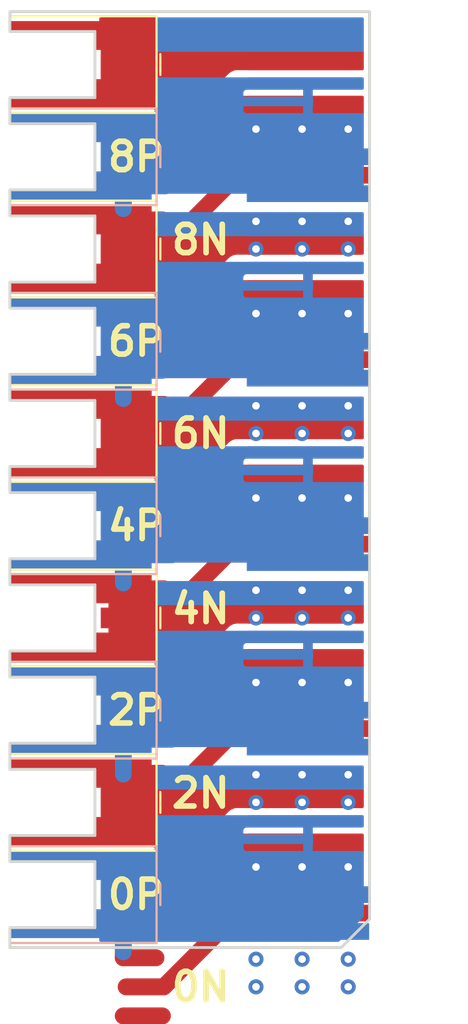
<source format=kicad_pcb>
(kicad_pcb (version 20171130) (host pcbnew "(5.0.2)-1")

  (general
    (thickness 1.1938)
    (drawings 60)
    (tracks 108)
    (zones 0)
    (modules 15)
    (nets 16)
  )

  (page A4)
  (layers
    (0 F.Cu signal)
    (31 B.Cu signal)
    (32 B.Adhes user hide)
    (33 F.Adhes user hide)
    (34 B.Paste user hide)
    (35 F.Paste user hide)
    (36 B.SilkS user)
    (37 F.SilkS user)
    (38 B.Mask user)
    (39 F.Mask user)
    (40 Dwgs.User user hide)
    (41 Cmts.User user hide)
    (42 Eco1.User user hide)
    (43 Eco2.User user hide)
    (44 Edge.Cuts user)
    (45 Margin user)
    (46 B.CrtYd user)
    (47 F.CrtYd user)
    (48 B.Fab user hide)
    (49 F.Fab user hide)
  )

  (setup
    (last_trace_width 0.89662)
    (trace_clearance 0.1778)
    (zone_clearance 0.20828)
    (zone_45_only no)
    (trace_min 0.1524)
    (segment_width 0.15)
    (edge_width 0.15)
    (via_size 0.8)
    (via_drill 0.4)
    (via_min_size 0.4)
    (via_min_drill 0.3)
    (uvia_size 0.3)
    (uvia_drill 0.1)
    (uvias_allowed no)
    (uvia_min_size 0.2)
    (uvia_min_drill 0.1)
    (pcb_text_width 0.3)
    (pcb_text_size 1.5 1.5)
    (mod_edge_width 0.15)
    (mod_text_size 1 1)
    (mod_text_width 0.15)
    (pad_size 6.477 0.6604)
    (pad_drill 0)
    (pad_to_mask_clearance 0.051)
    (solder_mask_min_width 0.25)
    (aux_axis_origin 0 0)
    (grid_origin 143.990985 24.610985)
    (visible_elements 7FFFFFFF)
    (pcbplotparams
      (layerselection 0x010e0_ffffffff)
      (usegerberextensions false)
      (usegerberattributes false)
      (usegerberadvancedattributes false)
      (creategerberjobfile false)
      (excludeedgelayer true)
      (linewidth 0.100000)
      (plotframeref false)
      (viasonmask false)
      (mode 1)
      (useauxorigin false)
      (hpglpennumber 1)
      (hpglpenspeed 20)
      (hpglpendiameter 15.000000)
      (psnegative false)
      (psa4output false)
      (plotreference true)
      (plotvalue true)
      (plotinvisibletext false)
      (padsonsilk false)
      (subtractmaskfromsilk false)
      (outputformat 1)
      (mirror false)
      (drillshape 0)
      (scaleselection 1)
      (outputdirectory ""))
  )

  (net 0 "")
  (net 1 "Net-(J1-Pad1)")
  (net 2 "Net-(J1-Pad2)")
  (net 3 "Net-(J4-Pad1)")
  (net 4 "Net-(J4-Pad2)")
  (net 5 "Net-(J7-Pad1)")
  (net 6 "Net-(J7-Pad2)")
  (net 7 "Net-(J10-Pad1)")
  (net 8 "Net-(J10-Pad2)")
  (net 9 "Net-(J13-Pad1)")
  (net 10 "Net-(J13-Pad2)")
  (net 11 "Net-(J2-Pad2)")
  (net 12 "Net-(J5-Pad2)")
  (net 13 "Net-(J8-Pad2)")
  (net 14 "Net-(J11-Pad2)")
  (net 15 "Net-(J14-Pad2)")

  (net_class Default "This is the default net class."
    (clearance 0.1778)
    (trace_width 0.89662)
    (via_dia 0.8)
    (via_drill 0.4)
    (uvia_dia 0.3)
    (uvia_drill 0.1)
    (add_net "Net-(J1-Pad1)")
    (add_net "Net-(J1-Pad2)")
    (add_net "Net-(J10-Pad1)")
    (add_net "Net-(J10-Pad2)")
    (add_net "Net-(J11-Pad2)")
    (add_net "Net-(J13-Pad1)")
    (add_net "Net-(J13-Pad2)")
    (add_net "Net-(J14-Pad2)")
    (add_net "Net-(J2-Pad2)")
    (add_net "Net-(J4-Pad1)")
    (add_net "Net-(J4-Pad2)")
    (add_net "Net-(J5-Pad2)")
    (add_net "Net-(J7-Pad1)")
    (add_net "Net-(J7-Pad2)")
    (add_net "Net-(J8-Pad2)")
  )

  (module MMCX_2DD-100P:2xCoax_to_2DD_Inv (layer F.Cu) (tedit 5D681C3C) (tstamp 5D680CC4)
    (at 152.773653 25.586837)
    (path /5D65383A)
    (fp_text reference J2 (at 0 0.5) (layer F.SilkS) hide
      (effects (font (size 1 1) (thickness 0.15)))
    )
    (fp_text value Conn_01x03_Male (at 0 -0.5) (layer F.Fab)
      (effects (font (size 1 1) (thickness 0.15)))
    )
    (pad 3 smd rect (at 0 0.975855) (size 6.477 0.88392) (drill (offset 3.2385 0)) (layers B.Cu B.Paste B.Mask)
      (net 2 "Net-(J1-Pad2)") (thermal_gap 0.1778))
    (pad 2 smd rect (at 0 0) (size 6.477 0.88392) (drill (offset 3.2385 0)) (layers F.Cu F.Paste F.Mask)
      (net 11 "Net-(J2-Pad2)") (thermal_gap 0.1778))
    (pad 1 smd rect (at 0 -0.975855) (size 6.477 0.88392) (drill (offset 3.2385 0)) (layers B.Cu B.Paste B.Mask)
      (net 1 "Net-(J1-Pad1)") (thermal_gap 0.1778))
  )

  (module MMCX_2DD-100P:2xCoax_to_2DD_Inv (layer F.Cu) (tedit 5D681C45) (tstamp 5D680C61)
    (at 152.773653 35.345357)
    (path /5D6544DC)
    (fp_text reference J5 (at 0 0.5) (layer F.SilkS) hide
      (effects (font (size 1 1) (thickness 0.15)))
    )
    (fp_text value Conn_01x03_Male (at 0 -0.5) (layer F.Fab)
      (effects (font (size 1 1) (thickness 0.15)))
    )
    (pad 3 smd rect (at 0 0.975855) (size 6.477 0.88392) (drill (offset 3.2385 0)) (layers B.Cu B.Paste B.Mask)
      (net 4 "Net-(J4-Pad2)") (thermal_gap 0.1778))
    (pad 2 smd rect (at 0 0) (size 6.477 0.88392) (drill (offset 3.2385 0)) (layers F.Cu F.Paste F.Mask)
      (net 12 "Net-(J5-Pad2)") (thermal_gap 0.1778))
    (pad 1 smd rect (at 0 -0.975855) (size 6.477 0.88392) (drill (offset 3.2385 0)) (layers B.Cu B.Paste B.Mask)
      (net 3 "Net-(J4-Pad1)") (thermal_gap 0.1778))
  )

  (module MMCX_2DD-100P:2xCoax_to_2DD_Inv (layer F.Cu) (tedit 5D681C4B) (tstamp 5D681DF1)
    (at 152.773653 45.103877)
    (path /5D654565)
    (fp_text reference J8 (at 0 0.5) (layer F.SilkS) hide
      (effects (font (size 1 1) (thickness 0.15)))
    )
    (fp_text value Conn_01x03_Male (at 0 -0.5) (layer F.Fab)
      (effects (font (size 1 1) (thickness 0.15)))
    )
    (pad 3 smd rect (at 0 0.975855) (size 6.477 0.88392) (drill (offset 3.2385 0)) (layers B.Cu B.Paste B.Mask)
      (net 6 "Net-(J7-Pad2)") (thermal_gap 0.1778))
    (pad 2 smd rect (at 0 0) (size 6.477 0.88392) (drill (offset 3.2385 0)) (layers F.Cu F.Paste F.Mask)
      (net 13 "Net-(J8-Pad2)") (thermal_gap 0.1778))
    (pad 1 smd rect (at 0 -0.975855) (size 6.477 0.88392) (drill (offset 3.2385 0)) (layers B.Cu B.Paste B.Mask)
      (net 5 "Net-(J7-Pad1)") (thermal_gap 0.1778))
  )

  (module MMCX_2DD-100P:2xCoax_to_2DD_Inv (layer F.Cu) (tedit 5D681C52) (tstamp 5D680BFE)
    (at 152.773653 54.862397)
    (path /5D65469F)
    (fp_text reference J11 (at 0 0.5) (layer F.SilkS) hide
      (effects (font (size 1 1) (thickness 0.15)))
    )
    (fp_text value Conn_01x03_Male (at 0 -0.5) (layer F.Fab)
      (effects (font (size 1 1) (thickness 0.15)))
    )
    (pad 3 smd rect (at 0 0.975855) (size 6.477 0.88392) (drill (offset 3.2385 0)) (layers B.Cu B.Paste B.Mask)
      (net 8 "Net-(J10-Pad2)") (thermal_gap 0.1778))
    (pad 2 smd rect (at 0 0) (size 6.477 0.88392) (drill (offset 3.2385 0)) (layers F.Cu F.Paste F.Mask)
      (net 14 "Net-(J11-Pad2)") (thermal_gap 0.1778))
    (pad 1 smd rect (at 0 -0.975855) (size 6.477 0.88392) (drill (offset 3.2385 0)) (layers B.Cu B.Paste B.Mask)
      (net 7 "Net-(J10-Pad1)") (thermal_gap 0.1778))
  )

  (module MMCX_2DD-100P:2xCoax_to_2DD_Inv (layer F.Cu) (tedit 5D681C5B) (tstamp 5D681626)
    (at 152.773653 64.620917)
    (path /5D6546B6)
    (fp_text reference J14 (at 0 0.5) (layer F.SilkS) hide
      (effects (font (size 1 1) (thickness 0.15)))
    )
    (fp_text value Conn_01x03_Male (at 0 -0.5) (layer F.Fab)
      (effects (font (size 1 1) (thickness 0.15)))
    )
    (pad 3 smd rect (at 0 0.975855) (size 6.477 0.88392) (drill (offset 3.2385 0)) (layers B.Cu B.Paste B.Mask)
      (net 10 "Net-(J13-Pad2)") (thermal_gap 0.1778))
    (pad 2 smd rect (at 0 0) (size 6.477 0.88392) (drill (offset 3.2385 0)) (layers F.Cu F.Paste F.Mask)
      (net 15 "Net-(J14-Pad2)") (thermal_gap 0.1778))
    (pad 1 smd rect (at 0 -0.975855) (size 6.477 0.88392) (drill (offset 3.2385 0)) (layers B.Cu B.Paste B.Mask)
      (net 9 "Net-(J13-Pad1)") (thermal_gap 0.1778))
  )

  (module MMCX_2DD-100P:MMCX_EndLaunch_47mil_50ohm (layer B.Cu) (tedit 5D66DFFE) (tstamp 5D680B5F)
    (at 143.990985 24.610985)
    (descr "Molex MMCX Horizontal Coaxial https://www.molex.com/pdm_docs/sd/734150961_sd.pdf")
    (tags "Molex MMCX Horizontal Coaxial")
    (path /5D65391A)
    (attr smd)
    (fp_text reference J1 (at 0 3.5) (layer B.SilkS) hide
      (effects (font (size 1 1) (thickness 0.15)) (justify mirror))
    )
    (fp_text value Conn_Coaxial (at 0 -3.5) (layer B.Fab)
      (effects (font (size 1 1) (thickness 0.15)) (justify mirror))
    )
    (fp_text user %R (at -1.55 0) (layer B.Fab)
      (effects (font (size 1 1) (thickness 0.15)) (justify mirror))
    )
    (fp_line (start 0.75 1.75) (end -3.75 1.75) (layer Dwgs.User) (width 0.1))
    (fp_line (start 0.75 -1.75) (end 0.75 1.75) (layer Dwgs.User) (width 0.1))
    (fp_line (start -3.75 -1.75) (end 0.75 -1.75) (layer Dwgs.User) (width 0.1))
    (fp_line (start 3.18 0) (end 3.68 0.5) (layer B.Fab) (width 0.1))
    (fp_line (start -3.75 2.25) (end 3.68 2.25) (layer B.Fab) (width 0.1))
    (fp_line (start -3.75 2.25) (end -3.75 -2.25) (layer B.Fab) (width 0.1))
    (fp_line (start 3.18 0) (end 3.68 -0.5) (layer B.Fab) (width 0.1))
    (fp_line (start 3.68 -2.25) (end 3.68 -0.5) (layer B.Fab) (width 0.1))
    (fp_line (start -3.75 -2.25) (end 3.68 -2.25) (layer B.Fab) (width 0.1))
    (fp_line (start -3.75 -1.75) (end -3.75 1.75) (layer Dwgs.User) (width 0.1))
    (fp_text user "PCB edge" (at -3.35 0 -90) (layer Dwgs.User)
      (effects (font (size 0.4 0.4) (thickness 0.06)))
    )
    (fp_line (start -3.69 2.56) (end 4.01 2.56) (layer B.SilkS) (width 0.12))
    (fp_line (start 4.01 -2.56) (end 4.01 2.56) (layer B.SilkS) (width 0.12))
    (fp_line (start -3.69 -2.56) (end 4.01 -2.56) (layer B.SilkS) (width 0.12))
    (fp_line (start 3.68 0.5) (end 3.68 2.25) (layer B.Fab) (width 0.1))
    (fp_line (start 4.21 0.55) (end 4.21 -0.55) (layer B.SilkS) (width 0.12))
    (fp_line (start -4.25 2.8) (end -4.25 -2.8) (layer B.CrtYd) (width 0.05))
    (fp_line (start 4.25 2.8) (end 4.25 -2.8) (layer B.CrtYd) (width 0.05))
    (fp_line (start -4.25 -2.8) (end 4.25 -2.8) (layer B.CrtYd) (width 0.05))
    (fp_line (start -4.25 2.8) (end 4.25 2.8) (layer B.CrtYd) (width 0.05))
    (pad 1 smd rect (at 2.4024 0) (size 2.6952 1.0922) (layers B.Cu B.Paste B.Mask)
      (net 1 "Net-(J1-Pad1)") (thermal_gap 0.2286))
    (pad 2 smd custom (at 2.25 1.53735) (size 3 1.5253) (layers B.Cu B.Paste B.Mask)
      (net 2 "Net-(J1-Pad2)") (zone_connect 0)
      (options (clearance outline) (anchor rect))
      (primitives
        (gr_poly (pts
           (xy -6 0.76265) (xy -6 0.21265) (xy -1.5 0.21265) (xy -1.5 0.76265)) (width 0))
      ))
    (pad 2 smd custom (at 2.25 -1.53735) (size 3 1.5253) (layers B.Cu B.Paste B.Mask)
      (net 2 "Net-(J1-Pad2)") (zone_connect 0)
      (options (clearance outline) (anchor rect))
      (primitives
        (gr_poly (pts
           (xy -6 -0.21265) (xy -6 -0.76265) (xy -1.5 -0.76265) (xy -1.5 -0.21265)) (width 0))
      ))
    (model ${KISYS3DMOD}/Connector_Coaxial.3dshapes/MMCX_Molex_73415-0961_Horizontal.wrl
      (at (xyz 0 0 0))
      (scale (xyz 1 1 1))
      (rotate (xyz 0 0 0))
    )
  )

  (module MMCX_2DD-100P:MMCX_EndLaunch_47mil_50ohm (layer F.Cu) (tedit 5D66E312) (tstamp 5D680D3C)
    (at 143.990985 19.731725)
    (descr "Molex MMCX Horizontal Coaxial https://www.molex.com/pdm_docs/sd/734150961_sd.pdf")
    (tags "Molex MMCX Horizontal Coaxial")
    (path /5D653942)
    (attr smd)
    (fp_text reference J3 (at 0 -3.5) (layer F.SilkS) hide
      (effects (font (size 1 1) (thickness 0.15)))
    )
    (fp_text value Conn_Coaxial (at 0 3.5) (layer F.Fab)
      (effects (font (size 1 1) (thickness 0.15)))
    )
    (fp_text user %R (at -1.55 0) (layer F.Fab)
      (effects (font (size 1 1) (thickness 0.15)))
    )
    (fp_line (start 0.75 -1.75) (end -3.75 -1.75) (layer Dwgs.User) (width 0.1))
    (fp_line (start 0.75 1.75) (end 0.75 -1.75) (layer Dwgs.User) (width 0.1))
    (fp_line (start -3.75 1.75) (end 0.75 1.75) (layer Dwgs.User) (width 0.1))
    (fp_line (start 3.18 0) (end 3.68 -0.5) (layer F.Fab) (width 0.1))
    (fp_line (start -3.75 -2.25) (end 3.68 -2.25) (layer F.Fab) (width 0.1))
    (fp_line (start -3.75 -2.25) (end -3.75 2.25) (layer F.Fab) (width 0.1))
    (fp_line (start 3.18 0) (end 3.68 0.5) (layer F.Fab) (width 0.1))
    (fp_line (start 3.68 2.25) (end 3.68 0.5) (layer F.Fab) (width 0.1))
    (fp_line (start -3.75 2.25) (end 3.68 2.25) (layer F.Fab) (width 0.1))
    (fp_line (start -3.75 1.75) (end -3.75 -1.75) (layer Dwgs.User) (width 0.1))
    (fp_text user "PCB edge" (at -3.35 0 90) (layer Dwgs.User)
      (effects (font (size 0.4 0.4) (thickness 0.06)))
    )
    (fp_line (start -3.69 -2.56) (end 4.01 -2.56) (layer F.SilkS) (width 0.12))
    (fp_line (start 4.01 2.56) (end 4.01 -2.56) (layer F.SilkS) (width 0.12))
    (fp_line (start -3.69 2.56) (end 4.01 2.56) (layer F.SilkS) (width 0.12))
    (fp_line (start 3.68 -0.5) (end 3.68 -2.25) (layer F.Fab) (width 0.1))
    (fp_line (start 4.21 -0.55) (end 4.21 0.55) (layer F.SilkS) (width 0.12))
    (fp_line (start -4.25 -2.8) (end -4.25 2.8) (layer F.CrtYd) (width 0.05))
    (fp_line (start 4.25 -2.8) (end 4.25 2.8) (layer F.CrtYd) (width 0.05))
    (fp_line (start -4.25 2.8) (end 4.25 2.8) (layer F.CrtYd) (width 0.05))
    (fp_line (start -4.25 -2.8) (end 4.25 -2.8) (layer F.CrtYd) (width 0.05))
    (pad 1 smd rect (at 2.4024 0) (size 2.6952 1.0922) (layers F.Cu F.Paste F.Mask)
      (net 11 "Net-(J2-Pad2)") (thermal_gap 0.2286))
    (pad 2 smd custom (at 2.25 -1.53735) (size 3 1.5253) (layers F.Cu F.Paste F.Mask)
      (net 2 "Net-(J1-Pad2)") (zone_connect 0)
      (options (clearance outline) (anchor rect))
      (primitives
        (gr_poly (pts
           (xy -6 -0.76265) (xy -6 -0.21265) (xy -1.5 -0.21265) (xy -1.5 -0.76265)) (width 0))
      ))
    (pad 2 smd custom (at 2.25 1.53735) (size 3 1.5253) (layers F.Cu F.Paste F.Mask)
      (net 2 "Net-(J1-Pad2)") (zone_connect 0)
      (options (clearance outline) (anchor rect))
      (primitives
        (gr_poly (pts
           (xy -6 0.21265) (xy -6 0.76265) (xy -1.5 0.76265) (xy -1.5 0.21265)) (width 0))
      ))
    (model ${KISYS3DMOD}/Connector_Coaxial.3dshapes/MMCX_Molex_73415-0961_Horizontal.wrl
      (at (xyz 0 0 0))
      (scale (xyz 1 1 1))
      (rotate (xyz 0 0 0))
    )
  )

  (module MMCX_2DD-100P:MMCX_EndLaunch_47mil_50ohm (layer B.Cu) (tedit 5D66E009) (tstamp 5D680C88)
    (at 143.990985 34.369505)
    (descr "Molex MMCX Horizontal Coaxial https://www.molex.com/pdm_docs/sd/734150961_sd.pdf")
    (tags "Molex MMCX Horizontal Coaxial")
    (path /5D6544E2)
    (attr smd)
    (fp_text reference J4 (at 0 3.5) (layer B.SilkS) hide
      (effects (font (size 1 1) (thickness 0.15)) (justify mirror))
    )
    (fp_text value Conn_Coaxial (at 0 -3.5) (layer B.Fab)
      (effects (font (size 1 1) (thickness 0.15)) (justify mirror))
    )
    (fp_line (start -4.25 2.8) (end 4.25 2.8) (layer B.CrtYd) (width 0.05))
    (fp_line (start -4.25 -2.8) (end 4.25 -2.8) (layer B.CrtYd) (width 0.05))
    (fp_line (start 4.25 2.8) (end 4.25 -2.8) (layer B.CrtYd) (width 0.05))
    (fp_line (start -4.25 2.8) (end -4.25 -2.8) (layer B.CrtYd) (width 0.05))
    (fp_line (start 4.21 0.55) (end 4.21 -0.55) (layer B.SilkS) (width 0.12))
    (fp_line (start 3.68 0.5) (end 3.68 2.25) (layer B.Fab) (width 0.1))
    (fp_line (start -3.69 -2.56) (end 4.01 -2.56) (layer B.SilkS) (width 0.12))
    (fp_line (start 4.01 -2.56) (end 4.01 2.56) (layer B.SilkS) (width 0.12))
    (fp_line (start -3.69 2.56) (end 4.01 2.56) (layer B.SilkS) (width 0.12))
    (fp_text user "PCB edge" (at -3.35 0 -90) (layer Dwgs.User)
      (effects (font (size 0.4 0.4) (thickness 0.06)))
    )
    (fp_line (start -3.75 -1.75) (end -3.75 1.75) (layer Dwgs.User) (width 0.1))
    (fp_line (start -3.75 -2.25) (end 3.68 -2.25) (layer B.Fab) (width 0.1))
    (fp_line (start 3.68 -2.25) (end 3.68 -0.5) (layer B.Fab) (width 0.1))
    (fp_line (start 3.18 0) (end 3.68 -0.5) (layer B.Fab) (width 0.1))
    (fp_line (start -3.75 2.25) (end -3.75 -2.25) (layer B.Fab) (width 0.1))
    (fp_line (start -3.75 2.25) (end 3.68 2.25) (layer B.Fab) (width 0.1))
    (fp_line (start 3.18 0) (end 3.68 0.5) (layer B.Fab) (width 0.1))
    (fp_line (start -3.75 -1.75) (end 0.75 -1.75) (layer Dwgs.User) (width 0.1))
    (fp_line (start 0.75 -1.75) (end 0.75 1.75) (layer Dwgs.User) (width 0.1))
    (fp_line (start 0.75 1.75) (end -3.75 1.75) (layer Dwgs.User) (width 0.1))
    (fp_text user %R (at -1.55 0) (layer B.Fab)
      (effects (font (size 1 1) (thickness 0.15)) (justify mirror))
    )
    (pad 2 smd custom (at 2.25 -1.53735) (size 3 1.5253) (layers B.Cu B.Paste B.Mask)
      (net 4 "Net-(J4-Pad2)") (zone_connect 0)
      (options (clearance outline) (anchor rect))
      (primitives
        (gr_poly (pts
           (xy -6 -0.21265) (xy -6 -0.76265) (xy -1.5 -0.76265) (xy -1.5 -0.21265)) (width 0))
      ))
    (pad 2 smd custom (at 2.25 1.53735) (size 3 1.5253) (layers B.Cu B.Paste B.Mask)
      (net 4 "Net-(J4-Pad2)") (zone_connect 0)
      (options (clearance outline) (anchor rect))
      (primitives
        (gr_poly (pts
           (xy -6 0.76265) (xy -6 0.21265) (xy -1.5 0.21265) (xy -1.5 0.76265)) (width 0))
      ))
    (pad 1 smd rect (at 2.4024 0) (size 2.6952 1.0922) (layers B.Cu B.Paste B.Mask)
      (net 3 "Net-(J4-Pad1)") (thermal_gap 0.2286))
    (model ${KISYS3DMOD}/Connector_Coaxial.3dshapes/MMCX_Molex_73415-0961_Horizontal.wrl
      (at (xyz 0 0 0))
      (scale (xyz 1 1 1))
      (rotate (xyz 0 0 0))
    )
  )

  (module MMCX_2DD-100P:MMCX_EndLaunch_47mil_50ohm (layer F.Cu) (tedit 5D67CB83) (tstamp 5D680BC2)
    (at 143.990985 29.490245)
    (descr "Molex MMCX Horizontal Coaxial https://www.molex.com/pdm_docs/sd/734150961_sd.pdf")
    (tags "Molex MMCX Horizontal Coaxial")
    (path /5D6544E8)
    (attr smd)
    (fp_text reference J6 (at 0 -3.5) (layer F.SilkS) hide
      (effects (font (size 1 1) (thickness 0.15)))
    )
    (fp_text value Conn_Coaxial (at 0 3.5) (layer F.Fab)
      (effects (font (size 1 1) (thickness 0.15)))
    )
    (fp_line (start -4.25 -2.8) (end 4.25 -2.8) (layer F.CrtYd) (width 0.05))
    (fp_line (start -4.25 2.8) (end 4.25 2.8) (layer F.CrtYd) (width 0.05))
    (fp_line (start 4.25 -2.8) (end 4.25 2.8) (layer F.CrtYd) (width 0.05))
    (fp_line (start -4.25 -2.8) (end -4.25 2.8) (layer F.CrtYd) (width 0.05))
    (fp_line (start 4.21 -0.55) (end 4.21 0.55) (layer F.SilkS) (width 0.12))
    (fp_line (start 3.68 -0.5) (end 3.68 -2.25) (layer F.Fab) (width 0.1))
    (fp_line (start -3.69 2.56) (end 4.01 2.56) (layer F.SilkS) (width 0.12))
    (fp_line (start 4.01 2.56) (end 4.01 -2.56) (layer F.SilkS) (width 0.12))
    (fp_line (start -3.69 -2.56) (end 4.01 -2.56) (layer F.SilkS) (width 0.12))
    (fp_text user "PCB edge" (at -3.35 0 90) (layer Dwgs.User)
      (effects (font (size 0.4 0.4) (thickness 0.06)))
    )
    (fp_line (start -3.75 1.75) (end -3.75 -1.75) (layer Dwgs.User) (width 0.1))
    (fp_line (start -3.75 2.25) (end 3.68 2.25) (layer F.Fab) (width 0.1))
    (fp_line (start 3.68 2.25) (end 3.68 0.5) (layer F.Fab) (width 0.1))
    (fp_line (start 3.18 0) (end 3.68 0.5) (layer F.Fab) (width 0.1))
    (fp_line (start -3.75 -2.25) (end -3.75 2.25) (layer F.Fab) (width 0.1))
    (fp_line (start -3.75 -2.25) (end 3.68 -2.25) (layer F.Fab) (width 0.1))
    (fp_line (start 3.18 0) (end 3.68 -0.5) (layer F.Fab) (width 0.1))
    (fp_line (start -3.75 1.75) (end 0.75 1.75) (layer Dwgs.User) (width 0.1))
    (fp_line (start 0.75 1.75) (end 0.75 -1.75) (layer Dwgs.User) (width 0.1))
    (fp_line (start 0.75 -1.75) (end -3.75 -1.75) (layer Dwgs.User) (width 0.1))
    (fp_text user %R (at -1.55 0) (layer F.Fab)
      (effects (font (size 1 1) (thickness 0.15)))
    )
    (pad 2 smd custom (at 2.25 1.53735) (size 3 1.5253) (layers F.Cu F.Paste F.Mask)
      (net 4 "Net-(J4-Pad2)") (zone_connect 0)
      (options (clearance outline) (anchor rect))
      (primitives
        (gr_poly (pts
           (xy -6 0.21265) (xy -6 0.76265) (xy -1.5 0.76265) (xy -1.5 0.21265)) (width 0))
      ))
    (pad 2 smd custom (at 2.25 -1.53735) (size 3 1.5253) (layers F.Cu F.Paste F.Mask)
      (net 4 "Net-(J4-Pad2)") (zone_connect 0)
      (options (clearance outline) (anchor rect))
      (primitives
        (gr_poly (pts
           (xy -6 -0.76265) (xy -6 -0.21265) (xy -1.5 -0.21265) (xy -1.5 -0.76265)) (width 0))
      ))
    (pad 1 smd rect (at 2.4024 0) (size 2.6952 1.0922) (layers F.Cu F.Paste F.Mask)
      (net 12 "Net-(J5-Pad2)") (thermal_gap 0.2286))
    (model ${KISYS3DMOD}/Connector_Coaxial.3dshapes/MMCX_Molex_73415-0961_Horizontal.wrl
      (at (xyz 0 0 0))
      (scale (xyz 1 1 1))
      (rotate (xyz 0 0 0))
    )
  )

  (module MMCX_2DD-100P:MMCX_EndLaunch_47mil_50ohm (layer B.Cu) (tedit 5D66E010) (tstamp 5D680C25)
    (at 143.990985 44.128025)
    (descr "Molex MMCX Horizontal Coaxial https://www.molex.com/pdm_docs/sd/734150961_sd.pdf")
    (tags "Molex MMCX Horizontal Coaxial")
    (path /5D65456B)
    (attr smd)
    (fp_text reference J7 (at 0 3.5) (layer B.SilkS) hide
      (effects (font (size 1 1) (thickness 0.15)) (justify mirror))
    )
    (fp_text value Conn_Coaxial (at 0 -3.5) (layer B.Fab)
      (effects (font (size 1 1) (thickness 0.15)) (justify mirror))
    )
    (fp_line (start -4.25 2.8) (end 4.25 2.8) (layer B.CrtYd) (width 0.05))
    (fp_line (start -4.25 -2.8) (end 4.25 -2.8) (layer B.CrtYd) (width 0.05))
    (fp_line (start 4.25 2.8) (end 4.25 -2.8) (layer B.CrtYd) (width 0.05))
    (fp_line (start -4.25 2.8) (end -4.25 -2.8) (layer B.CrtYd) (width 0.05))
    (fp_line (start 4.21 0.55) (end 4.21 -0.55) (layer B.SilkS) (width 0.12))
    (fp_line (start 3.68 0.5) (end 3.68 2.25) (layer B.Fab) (width 0.1))
    (fp_line (start -3.69 -2.56) (end 4.01 -2.56) (layer B.SilkS) (width 0.12))
    (fp_line (start 4.01 -2.56) (end 4.01 2.56) (layer B.SilkS) (width 0.12))
    (fp_line (start -3.69 2.56) (end 4.01 2.56) (layer B.SilkS) (width 0.12))
    (fp_text user "PCB edge" (at -3.35 0 -90) (layer Dwgs.User)
      (effects (font (size 0.4 0.4) (thickness 0.06)))
    )
    (fp_line (start -3.75 -1.75) (end -3.75 1.75) (layer Dwgs.User) (width 0.1))
    (fp_line (start -3.75 -2.25) (end 3.68 -2.25) (layer B.Fab) (width 0.1))
    (fp_line (start 3.68 -2.25) (end 3.68 -0.5) (layer B.Fab) (width 0.1))
    (fp_line (start 3.18 0) (end 3.68 -0.5) (layer B.Fab) (width 0.1))
    (fp_line (start -3.75 2.25) (end -3.75 -2.25) (layer B.Fab) (width 0.1))
    (fp_line (start -3.75 2.25) (end 3.68 2.25) (layer B.Fab) (width 0.1))
    (fp_line (start 3.18 0) (end 3.68 0.5) (layer B.Fab) (width 0.1))
    (fp_line (start -3.75 -1.75) (end 0.75 -1.75) (layer Dwgs.User) (width 0.1))
    (fp_line (start 0.75 -1.75) (end 0.75 1.75) (layer Dwgs.User) (width 0.1))
    (fp_line (start 0.75 1.75) (end -3.75 1.75) (layer Dwgs.User) (width 0.1))
    (fp_text user %R (at -1.55 0) (layer B.Fab)
      (effects (font (size 1 1) (thickness 0.15)) (justify mirror))
    )
    (pad 2 smd custom (at 2.25 -1.53735) (size 3 1.5253) (layers B.Cu B.Paste B.Mask)
      (net 6 "Net-(J7-Pad2)") (zone_connect 0)
      (options (clearance outline) (anchor rect))
      (primitives
        (gr_poly (pts
           (xy -6 -0.21265) (xy -6 -0.76265) (xy -1.5 -0.76265) (xy -1.5 -0.21265)) (width 0))
      ))
    (pad 2 smd custom (at 2.25 1.53735) (size 3 1.5253) (layers B.Cu B.Paste B.Mask)
      (net 6 "Net-(J7-Pad2)") (zone_connect 0)
      (options (clearance outline) (anchor rect))
      (primitives
        (gr_poly (pts
           (xy -6 0.76265) (xy -6 0.21265) (xy -1.5 0.21265) (xy -1.5 0.76265)) (width 0))
      ))
    (pad 1 smd rect (at 2.4024 0) (size 2.6952 1.0922) (layers B.Cu B.Paste B.Mask)
      (net 5 "Net-(J7-Pad1)") (thermal_gap 0.2286))
    (model ${KISYS3DMOD}/Connector_Coaxial.3dshapes/MMCX_Molex_73415-0961_Horizontal.wrl
      (at (xyz 0 0 0))
      (scale (xyz 1 1 1))
      (rotate (xyz 0 0 0))
    )
  )

  (module MMCX_2DD-100P:MMCX_EndLaunch_47mil_50ohm (layer F.Cu) (tedit 5D67CB7D) (tstamp 5D680ABD)
    (at 143.990985 39.248765)
    (descr "Molex MMCX Horizontal Coaxial https://www.molex.com/pdm_docs/sd/734150961_sd.pdf")
    (tags "Molex MMCX Horizontal Coaxial")
    (path /5D654571)
    (attr smd)
    (fp_text reference J9 (at 0 -3.5) (layer F.SilkS) hide
      (effects (font (size 1 1) (thickness 0.15)))
    )
    (fp_text value Conn_Coaxial (at 0 3.5) (layer F.Fab)
      (effects (font (size 1 1) (thickness 0.15)))
    )
    (fp_line (start -4.25 -2.8) (end 4.25 -2.8) (layer F.CrtYd) (width 0.05))
    (fp_line (start -4.25 2.8) (end 4.25 2.8) (layer F.CrtYd) (width 0.05))
    (fp_line (start 4.25 -2.8) (end 4.25 2.8) (layer F.CrtYd) (width 0.05))
    (fp_line (start -4.25 -2.8) (end -4.25 2.8) (layer F.CrtYd) (width 0.05))
    (fp_line (start 4.21 -0.55) (end 4.21 0.55) (layer F.SilkS) (width 0.12))
    (fp_line (start 3.68 -0.5) (end 3.68 -2.25) (layer F.Fab) (width 0.1))
    (fp_line (start -3.69 2.56) (end 4.01 2.56) (layer F.SilkS) (width 0.12))
    (fp_line (start 4.01 2.56) (end 4.01 -2.56) (layer F.SilkS) (width 0.12))
    (fp_line (start -3.69 -2.56) (end 4.01 -2.56) (layer F.SilkS) (width 0.12))
    (fp_text user "PCB edge" (at -3.35 0 90) (layer Dwgs.User)
      (effects (font (size 0.4 0.4) (thickness 0.06)))
    )
    (fp_line (start -3.75 1.75) (end -3.75 -1.75) (layer Dwgs.User) (width 0.1))
    (fp_line (start -3.75 2.25) (end 3.68 2.25) (layer F.Fab) (width 0.1))
    (fp_line (start 3.68 2.25) (end 3.68 0.5) (layer F.Fab) (width 0.1))
    (fp_line (start 3.18 0) (end 3.68 0.5) (layer F.Fab) (width 0.1))
    (fp_line (start -3.75 -2.25) (end -3.75 2.25) (layer F.Fab) (width 0.1))
    (fp_line (start -3.75 -2.25) (end 3.68 -2.25) (layer F.Fab) (width 0.1))
    (fp_line (start 3.18 0) (end 3.68 -0.5) (layer F.Fab) (width 0.1))
    (fp_line (start -3.75 1.75) (end 0.75 1.75) (layer Dwgs.User) (width 0.1))
    (fp_line (start 0.75 1.75) (end 0.75 -1.75) (layer Dwgs.User) (width 0.1))
    (fp_line (start 0.75 -1.75) (end -3.75 -1.75) (layer Dwgs.User) (width 0.1))
    (fp_text user %R (at -1.55 0) (layer F.Fab)
      (effects (font (size 1 1) (thickness 0.15)))
    )
    (pad 2 smd custom (at 2.25 1.53735) (size 3 1.5253) (layers F.Cu F.Paste F.Mask)
      (net 6 "Net-(J7-Pad2)") (zone_connect 0)
      (options (clearance outline) (anchor rect))
      (primitives
        (gr_poly (pts
           (xy -6 0.21265) (xy -6 0.76265) (xy -1.5 0.76265) (xy -1.5 0.21265)) (width 0))
      ))
    (pad 2 smd custom (at 2.25 -1.53735) (size 3 1.5253) (layers F.Cu F.Paste F.Mask)
      (net 6 "Net-(J7-Pad2)") (zone_connect 0)
      (options (clearance outline) (anchor rect))
      (primitives
        (gr_poly (pts
           (xy -6 -0.76265) (xy -6 -0.21265) (xy -1.5 -0.21265) (xy -1.5 -0.76265)) (width 0))
      ))
    (pad 1 smd rect (at 2.4024 0) (size 2.6952 1.0922) (layers F.Cu F.Paste F.Mask)
      (net 13 "Net-(J8-Pad2)") (thermal_gap 0.2286))
    (model ${KISYS3DMOD}/Connector_Coaxial.3dshapes/MMCX_Molex_73415-0961_Horizontal.wrl
      (at (xyz 0 0 0))
      (scale (xyz 1 1 1))
      (rotate (xyz 0 0 0))
    )
  )

  (module MMCX_2DD-100P:MMCX_EndLaunch_47mil_50ohm (layer B.Cu) (tedit 5D66E015) (tstamp 5D681229)
    (at 143.990985 53.886545)
    (descr "Molex MMCX Horizontal Coaxial https://www.molex.com/pdm_docs/sd/734150961_sd.pdf")
    (tags "Molex MMCX Horizontal Coaxial")
    (path /5D6546A5)
    (attr smd)
    (fp_text reference J10 (at 0 3.5) (layer B.SilkS) hide
      (effects (font (size 1 1) (thickness 0.15)) (justify mirror))
    )
    (fp_text value Conn_Coaxial (at 0 -3.5) (layer B.Fab)
      (effects (font (size 1 1) (thickness 0.15)) (justify mirror))
    )
    (fp_text user %R (at -1.55 0) (layer B.Fab)
      (effects (font (size 1 1) (thickness 0.15)) (justify mirror))
    )
    (fp_line (start 0.75 1.75) (end -3.75 1.75) (layer Dwgs.User) (width 0.1))
    (fp_line (start 0.75 -1.75) (end 0.75 1.75) (layer Dwgs.User) (width 0.1))
    (fp_line (start -3.75 -1.75) (end 0.75 -1.75) (layer Dwgs.User) (width 0.1))
    (fp_line (start 3.18 0) (end 3.68 0.5) (layer B.Fab) (width 0.1))
    (fp_line (start -3.75 2.25) (end 3.68 2.25) (layer B.Fab) (width 0.1))
    (fp_line (start -3.75 2.25) (end -3.75 -2.25) (layer B.Fab) (width 0.1))
    (fp_line (start 3.18 0) (end 3.68 -0.5) (layer B.Fab) (width 0.1))
    (fp_line (start 3.68 -2.25) (end 3.68 -0.5) (layer B.Fab) (width 0.1))
    (fp_line (start -3.75 -2.25) (end 3.68 -2.25) (layer B.Fab) (width 0.1))
    (fp_line (start -3.75 -1.75) (end -3.75 1.75) (layer Dwgs.User) (width 0.1))
    (fp_text user "PCB edge" (at -3.35 0 -90) (layer Dwgs.User)
      (effects (font (size 0.4 0.4) (thickness 0.06)))
    )
    (fp_line (start -3.69 2.56) (end 4.01 2.56) (layer B.SilkS) (width 0.12))
    (fp_line (start 4.01 -2.56) (end 4.01 2.56) (layer B.SilkS) (width 0.12))
    (fp_line (start -3.69 -2.56) (end 4.01 -2.56) (layer B.SilkS) (width 0.12))
    (fp_line (start 3.68 0.5) (end 3.68 2.25) (layer B.Fab) (width 0.1))
    (fp_line (start 4.21 0.55) (end 4.21 -0.55) (layer B.SilkS) (width 0.12))
    (fp_line (start -4.25 2.8) (end -4.25 -2.8) (layer B.CrtYd) (width 0.05))
    (fp_line (start 4.25 2.8) (end 4.25 -2.8) (layer B.CrtYd) (width 0.05))
    (fp_line (start -4.25 -2.8) (end 4.25 -2.8) (layer B.CrtYd) (width 0.05))
    (fp_line (start -4.25 2.8) (end 4.25 2.8) (layer B.CrtYd) (width 0.05))
    (pad 1 smd rect (at 2.4024 0) (size 2.6952 1.0922) (layers B.Cu B.Paste B.Mask)
      (net 7 "Net-(J10-Pad1)") (thermal_gap 0.2286))
    (pad 2 smd custom (at 2.25 1.53735) (size 3 1.5253) (layers B.Cu B.Paste B.Mask)
      (net 8 "Net-(J10-Pad2)") (zone_connect 0)
      (options (clearance outline) (anchor rect))
      (primitives
        (gr_poly (pts
           (xy -6 0.76265) (xy -6 0.21265) (xy -1.5 0.21265) (xy -1.5 0.76265)) (width 0))
      ))
    (pad 2 smd custom (at 2.25 -1.53735) (size 3 1.5253) (layers B.Cu B.Paste B.Mask)
      (net 8 "Net-(J10-Pad2)") (zone_connect 0)
      (options (clearance outline) (anchor rect))
      (primitives
        (gr_poly (pts
           (xy -6 -0.21265) (xy -6 -0.76265) (xy -1.5 -0.76265) (xy -1.5 -0.21265)) (width 0))
      ))
    (model ${KISYS3DMOD}/Connector_Coaxial.3dshapes/MMCX_Molex_73415-0961_Horizontal.wrl
      (at (xyz 0 0 0))
      (scale (xyz 1 1 1))
      (rotate (xyz 0 0 0))
    )
  )

  (module MMCX_2DD-100P:MMCX_EndLaunch_47mil_50ohm (layer F.Cu) (tedit 5D67CB6E) (tstamp 5D68187B)
    (at 143.990985 49.007285)
    (descr "Molex MMCX Horizontal Coaxial https://www.molex.com/pdm_docs/sd/734150961_sd.pdf")
    (tags "Molex MMCX Horizontal Coaxial")
    (path /5D6546AB)
    (attr smd)
    (fp_text reference J12 (at 0 -3.5) (layer F.SilkS) hide
      (effects (font (size 1 1) (thickness 0.15)))
    )
    (fp_text value Conn_Coaxial (at 0 3.5) (layer F.Fab)
      (effects (font (size 1 1) (thickness 0.15)))
    )
    (fp_text user %R (at -1.55 0) (layer F.Fab)
      (effects (font (size 1 1) (thickness 0.15)))
    )
    (fp_line (start 0.75 -1.75) (end -3.75 -1.75) (layer Dwgs.User) (width 0.1))
    (fp_line (start 0.75 1.75) (end 0.75 -1.75) (layer Dwgs.User) (width 0.1))
    (fp_line (start -3.75 1.75) (end 0.75 1.75) (layer Dwgs.User) (width 0.1))
    (fp_line (start 3.18 0) (end 3.68 -0.5) (layer F.Fab) (width 0.1))
    (fp_line (start -3.75 -2.25) (end 3.68 -2.25) (layer F.Fab) (width 0.1))
    (fp_line (start -3.75 -2.25) (end -3.75 2.25) (layer F.Fab) (width 0.1))
    (fp_line (start 3.18 0) (end 3.68 0.5) (layer F.Fab) (width 0.1))
    (fp_line (start 3.68 2.25) (end 3.68 0.5) (layer F.Fab) (width 0.1))
    (fp_line (start -3.75 2.25) (end 3.68 2.25) (layer F.Fab) (width 0.1))
    (fp_line (start -3.75 1.75) (end -3.75 -1.75) (layer Dwgs.User) (width 0.1))
    (fp_text user "PCB edge" (at -3.35 0 90) (layer Dwgs.User)
      (effects (font (size 0.4 0.4) (thickness 0.06)))
    )
    (fp_line (start -3.69 -2.56) (end 4.01 -2.56) (layer F.SilkS) (width 0.12))
    (fp_line (start 4.01 2.56) (end 4.01 -2.56) (layer F.SilkS) (width 0.12))
    (fp_line (start -3.69 2.56) (end 4.01 2.56) (layer F.SilkS) (width 0.12))
    (fp_line (start 3.68 -0.5) (end 3.68 -2.25) (layer F.Fab) (width 0.1))
    (fp_line (start 4.21 -0.55) (end 4.21 0.55) (layer F.SilkS) (width 0.12))
    (fp_line (start -4.25 -2.8) (end -4.25 2.8) (layer F.CrtYd) (width 0.05))
    (fp_line (start 4.25 -2.8) (end 4.25 2.8) (layer F.CrtYd) (width 0.05))
    (fp_line (start -4.25 2.8) (end 4.25 2.8) (layer F.CrtYd) (width 0.05))
    (fp_line (start -4.25 -2.8) (end 4.25 -2.8) (layer F.CrtYd) (width 0.05))
    (pad 1 smd rect (at 2.4024 0) (size 2.6952 1.0922) (layers F.Cu F.Paste F.Mask)
      (net 14 "Net-(J11-Pad2)") (thermal_gap 0.2286))
    (pad 2 smd custom (at 2.25 -1.53735) (size 3 1.5253) (layers F.Cu F.Paste F.Mask)
      (net 8 "Net-(J10-Pad2)") (zone_connect 0)
      (options (clearance outline) (anchor rect))
      (primitives
        (gr_poly (pts
           (xy -6 -0.76265) (xy -6 -0.21265) (xy -1.5 -0.21265) (xy -1.5 -0.76265)) (width 0))
      ))
    (pad 2 smd custom (at 2.25 1.53735) (size 3 1.5253) (layers F.Cu F.Paste F.Mask)
      (net 8 "Net-(J10-Pad2)") (zone_connect 0)
      (options (clearance outline) (anchor rect))
      (primitives
        (gr_poly (pts
           (xy -6 0.21265) (xy -6 0.76265) (xy -1.5 0.76265) (xy -1.5 0.21265)) (width 0))
      ))
    (model ${KISYS3DMOD}/Connector_Coaxial.3dshapes/MMCX_Molex_73415-0961_Horizontal.wrl
      (at (xyz 0 0 0))
      (scale (xyz 1 1 1))
      (rotate (xyz 0 0 0))
    )
  )

  (module MMCX_2DD-100P:MMCX_EndLaunch_47mil_50ohm (layer B.Cu) (tedit 5D66E01B) (tstamp 5D680CEB)
    (at 143.990985 63.645065)
    (descr "Molex MMCX Horizontal Coaxial https://www.molex.com/pdm_docs/sd/734150961_sd.pdf")
    (tags "Molex MMCX Horizontal Coaxial")
    (path /5D6546BC)
    (attr smd)
    (fp_text reference J13 (at 0 3.5) (layer B.SilkS) hide
      (effects (font (size 1 1) (thickness 0.15)) (justify mirror))
    )
    (fp_text value Conn_Coaxial (at 0 -3.5) (layer B.Fab)
      (effects (font (size 1 1) (thickness 0.15)) (justify mirror))
    )
    (fp_text user %R (at -1.55 0) (layer B.Fab)
      (effects (font (size 1 1) (thickness 0.15)) (justify mirror))
    )
    (fp_line (start 0.75 1.75) (end -3.75 1.75) (layer Dwgs.User) (width 0.1))
    (fp_line (start 0.75 -1.75) (end 0.75 1.75) (layer Dwgs.User) (width 0.1))
    (fp_line (start -3.75 -1.75) (end 0.75 -1.75) (layer Dwgs.User) (width 0.1))
    (fp_line (start 3.18 0) (end 3.68 0.5) (layer B.Fab) (width 0.1))
    (fp_line (start -3.75 2.25) (end 3.68 2.25) (layer B.Fab) (width 0.1))
    (fp_line (start -3.75 2.25) (end -3.75 -2.25) (layer B.Fab) (width 0.1))
    (fp_line (start 3.18 0) (end 3.68 -0.5) (layer B.Fab) (width 0.1))
    (fp_line (start 3.68 -2.25) (end 3.68 -0.5) (layer B.Fab) (width 0.1))
    (fp_line (start -3.75 -2.25) (end 3.68 -2.25) (layer B.Fab) (width 0.1))
    (fp_line (start -3.75 -1.75) (end -3.75 1.75) (layer Dwgs.User) (width 0.1))
    (fp_text user "PCB edge" (at -3.35 0 -90) (layer Dwgs.User)
      (effects (font (size 0.4 0.4) (thickness 0.06)))
    )
    (fp_line (start -3.69 2.56) (end 4.01 2.56) (layer B.SilkS) (width 0.12))
    (fp_line (start 4.01 -2.56) (end 4.01 2.56) (layer B.SilkS) (width 0.12))
    (fp_line (start -3.69 -2.56) (end 4.01 -2.56) (layer B.SilkS) (width 0.12))
    (fp_line (start 3.68 0.5) (end 3.68 2.25) (layer B.Fab) (width 0.1))
    (fp_line (start 4.21 0.55) (end 4.21 -0.55) (layer B.SilkS) (width 0.12))
    (fp_line (start -4.25 2.8) (end -4.25 -2.8) (layer B.CrtYd) (width 0.05))
    (fp_line (start 4.25 2.8) (end 4.25 -2.8) (layer B.CrtYd) (width 0.05))
    (fp_line (start -4.25 -2.8) (end 4.25 -2.8) (layer B.CrtYd) (width 0.05))
    (fp_line (start -4.25 2.8) (end 4.25 2.8) (layer B.CrtYd) (width 0.05))
    (pad 1 smd rect (at 2.4024 0) (size 2.6952 1.0922) (layers B.Cu B.Paste B.Mask)
      (net 9 "Net-(J13-Pad1)") (thermal_gap 0.2286))
    (pad 2 smd custom (at 2.25 1.53735) (size 3 1.5253) (layers B.Cu B.Paste B.Mask)
      (net 10 "Net-(J13-Pad2)") (zone_connect 0)
      (options (clearance outline) (anchor rect))
      (primitives
        (gr_poly (pts
           (xy -6 0.76265) (xy -6 0.21265) (xy -1.5 0.21265) (xy -1.5 0.76265)) (width 0))
      ))
    (pad 2 smd custom (at 2.25 -1.53735) (size 3 1.5253) (layers B.Cu B.Paste B.Mask)
      (net 10 "Net-(J13-Pad2)") (zone_connect 0)
      (options (clearance outline) (anchor rect))
      (primitives
        (gr_poly (pts
           (xy -6 -0.21265) (xy -6 -0.76265) (xy -1.5 -0.76265) (xy -1.5 -0.21265)) (width 0))
      ))
    (model ${KISYS3DMOD}/Connector_Coaxial.3dshapes/MMCX_Molex_73415-0961_Horizontal.wrl
      (at (xyz 0 0 0))
      (scale (xyz 1 1 1))
      (rotate (xyz 0 0 0))
    )
  )

  (module MMCX_2DD-100P:MMCX_EndLaunch_47mil_50ohm (layer F.Cu) (tedit 5D67CB74) (tstamp 5D6815C1)
    (at 143.990985 58.765805)
    (descr "Molex MMCX Horizontal Coaxial https://www.molex.com/pdm_docs/sd/734150961_sd.pdf")
    (tags "Molex MMCX Horizontal Coaxial")
    (path /5D6546C2)
    (attr smd)
    (fp_text reference J15 (at 0 -3.5) (layer F.SilkS) hide
      (effects (font (size 1 1) (thickness 0.15)))
    )
    (fp_text value Conn_Coaxial (at 0 3.5) (layer F.Fab)
      (effects (font (size 1 1) (thickness 0.15)))
    )
    (fp_text user %R (at -1.55 0) (layer F.Fab)
      (effects (font (size 1 1) (thickness 0.15)))
    )
    (fp_line (start 0.75 -1.75) (end -3.75 -1.75) (layer Dwgs.User) (width 0.1))
    (fp_line (start 0.75 1.75) (end 0.75 -1.75) (layer Dwgs.User) (width 0.1))
    (fp_line (start -3.75 1.75) (end 0.75 1.75) (layer Dwgs.User) (width 0.1))
    (fp_line (start 3.18 0) (end 3.68 -0.5) (layer F.Fab) (width 0.1))
    (fp_line (start -3.75 -2.25) (end 3.68 -2.25) (layer F.Fab) (width 0.1))
    (fp_line (start -3.75 -2.25) (end -3.75 2.25) (layer F.Fab) (width 0.1))
    (fp_line (start 3.18 0) (end 3.68 0.5) (layer F.Fab) (width 0.1))
    (fp_line (start 3.68 2.25) (end 3.68 0.5) (layer F.Fab) (width 0.1))
    (fp_line (start -3.75 2.25) (end 3.68 2.25) (layer F.Fab) (width 0.1))
    (fp_line (start -3.75 1.75) (end -3.75 -1.75) (layer Dwgs.User) (width 0.1))
    (fp_text user "PCB edge" (at -3.35 0 90) (layer Dwgs.User)
      (effects (font (size 0.4 0.4) (thickness 0.06)))
    )
    (fp_line (start -3.69 -2.56) (end 4.01 -2.56) (layer F.SilkS) (width 0.12))
    (fp_line (start 4.01 2.56) (end 4.01 -2.56) (layer F.SilkS) (width 0.12))
    (fp_line (start -3.69 2.56) (end 4.01 2.56) (layer F.SilkS) (width 0.12))
    (fp_line (start 3.68 -0.5) (end 3.68 -2.25) (layer F.Fab) (width 0.1))
    (fp_line (start 4.21 -0.55) (end 4.21 0.55) (layer F.SilkS) (width 0.12))
    (fp_line (start -4.25 -2.8) (end -4.25 2.8) (layer F.CrtYd) (width 0.05))
    (fp_line (start 4.25 -2.8) (end 4.25 2.8) (layer F.CrtYd) (width 0.05))
    (fp_line (start -4.25 2.8) (end 4.25 2.8) (layer F.CrtYd) (width 0.05))
    (fp_line (start -4.25 -2.8) (end 4.25 -2.8) (layer F.CrtYd) (width 0.05))
    (pad 1 smd rect (at 2.4024 0) (size 2.6952 1.0922) (layers F.Cu F.Paste F.Mask)
      (net 15 "Net-(J14-Pad2)") (thermal_gap 0.2286))
    (pad 2 smd custom (at 2.25 -1.53735) (size 3 1.5253) (layers F.Cu F.Paste F.Mask)
      (net 10 "Net-(J13-Pad2)") (zone_connect 0)
      (options (clearance outline) (anchor rect))
      (primitives
        (gr_poly (pts
           (xy -6 -0.76265) (xy -6 -0.21265) (xy -1.5 -0.21265) (xy -1.5 -0.76265)) (width 0))
      ))
    (pad 2 smd custom (at 2.25 1.53735) (size 3 1.5253) (layers F.Cu F.Paste F.Mask)
      (net 10 "Net-(J13-Pad2)") (zone_connect 0)
      (options (clearance outline) (anchor rect))
      (primitives
        (gr_poly (pts
           (xy -6 0.21265) (xy -6 0.76265) (xy -1.5 0.76265) (xy -1.5 0.21265)) (width 0))
      ))
    (model ${KISYS3DMOD}/Connector_Coaxial.3dshapes/MMCX_Molex_73415-0961_Horizontal.wrl
      (at (xyz 0 0 0))
      (scale (xyz 1 1 1))
      (rotate (xyz 0 0 0))
    )
  )

  (gr_line (start 157.7707 66.44524) (end 159.2707 64.94524) (layer Edge.Cuts) (width 0.15) (tstamp 5D68477E))
  (gr_text 0P (at 146.918541 63.645065) (layer F.SilkS) (tstamp 5D680E60)
    (effects (font (size 1.5 1.5) (thickness 0.3)))
  )
  (gr_text 2P (at 146.918541 53.886545) (layer F.SilkS) (tstamp 5D680E51)
    (effects (font (size 1.5 1.5) (thickness 0.3)))
  )
  (gr_text 4P (at 146.918541 44.128025) (layer F.SilkS) (tstamp 5D680E66)
    (effects (font (size 1.5 1.5) (thickness 0.3)))
  )
  (gr_text 6P (at 146.918541 34.369505) (layer F.SilkS) (tstamp 5D680E4B)
    (effects (font (size 1.5 1.5) (thickness 0.3)))
  )
  (gr_text 0N (at 150.334023 68.524325) (layer F.SilkS) (tstamp 5D680E5D)
    (effects (font (size 1.5 1.5) (thickness 0.3)))
  )
  (gr_text 2N (at 150.334023 58.277879) (layer F.SilkS) (tstamp 5D680E63)
    (effects (font (size 1.5 1.5) (thickness 0.3)))
  )
  (gr_text 4N (at 150.334023 48.519359) (layer F.SilkS) (tstamp 5D680E5A)
    (effects (font (size 1.5 1.5) (thickness 0.3)))
  )
  (gr_text 6N (at 150.334023 39.248765) (layer F.SilkS) (tstamp 5D680E4E)
    (effects (font (size 1.5 1.5) (thickness 0.3)))
  )
  (gr_text 8P (at 146.918541 24.610985) (layer F.SilkS) (tstamp 5D680E57)
    (effects (font (size 1.5 1.5) (thickness 0.3)))
  )
  (gr_text 8N (at 150.334023 29.002319) (layer F.SilkS) (tstamp 5D680E54)
    (effects (font (size 1.5 1.5) (thickness 0.3)))
  )
  (gr_line (start 140.241 16.93174) (end 140.241 17.98174) (layer Edge.Cuts) (width 0.15) (tstamp 5D68477B))
  (gr_line (start 140.241 65.395107) (end 140.241 66.44524) (layer Edge.Cuts) (width 0.15) (tstamp 5D68478D))
  (gr_line (start 140.241 60.515844) (end 140.241 61.895107) (layer Edge.Cuts) (width 0.15) (tstamp 5D684790))
  (gr_line (start 140.241 55.636581) (end 140.241 57.015844) (layer Edge.Cuts) (width 0.15) (tstamp 5D684796))
  (gr_line (start 140.241 50.757318) (end 140.241 52.136581) (layer Edge.Cuts) (width 0.15) (tstamp 5D68478A))
  (gr_line (start 140.241 45.878055) (end 140.241 47.257318) (layer Edge.Cuts) (width 0.15) (tstamp 5D684787))
  (gr_line (start 140.241 40.998792) (end 140.241 42.378055) (layer Edge.Cuts) (width 0.15) (tstamp 5D684781))
  (gr_line (start 140.241 36.119529) (end 140.241 37.498792) (layer Edge.Cuts) (width 0.15) (tstamp 5D684793))
  (gr_line (start 140.241 31.240266) (end 140.241 32.619529) (layer Edge.Cuts) (width 0.15) (tstamp 5D684784))
  (gr_line (start 140.241 26.361003) (end 140.241 27.740266) (layer Edge.Cuts) (width 0.15) (tstamp 5D6846FD))
  (gr_line (start 140.241 21.48174) (end 140.241 22.861003) (layer Edge.Cuts) (width 0.15) (tstamp 5D684733))
  (gr_line (start 144.741 61.895107) (end 144.741 65.395107) (layer Edge.Cuts) (width 0.15) (tstamp 5D684727))
  (gr_line (start 144.741 57.015844) (end 144.741 60.515844) (layer Edge.Cuts) (width 0.15) (tstamp 5D684730))
  (gr_line (start 144.741 52.136581) (end 144.741 55.636581) (layer Edge.Cuts) (width 0.15) (tstamp 5D68472D))
  (gr_line (start 144.741 47.257318) (end 144.741 50.757318) (layer Edge.Cuts) (width 0.15) (tstamp 5D6846FA))
  (gr_line (start 144.741 42.378055) (end 144.741 45.878055) (layer Edge.Cuts) (width 0.15) (tstamp 5D684706))
  (gr_line (start 144.741 37.498792) (end 144.741 40.998792) (layer Edge.Cuts) (width 0.15) (tstamp 5D684715))
  (gr_line (start 144.741 32.619529) (end 144.741 36.119529) (layer Edge.Cuts) (width 0.15) (tstamp 5D68470C))
  (gr_line (start 144.741 27.740266) (end 144.741 31.240266) (layer Edge.Cuts) (width 0.15) (tstamp 5D684721))
  (gr_line (start 144.741 22.861003) (end 144.741 26.361003) (layer Edge.Cuts) (width 0.15) (tstamp 5D68470F))
  (gr_line (start 140.241 65.395107) (end 144.741 65.395107) (layer Edge.Cuts) (width 0.15) (tstamp 5D684712))
  (gr_line (start 140.241 60.515844) (end 144.741 60.515844) (layer Edge.Cuts) (width 0.15) (tstamp 5D68471B))
  (gr_line (start 140.241 55.636581) (end 144.741 55.636581) (layer Edge.Cuts) (width 0.15) (tstamp 5D684739))
  (gr_line (start 140.241 50.757318) (end 144.741 50.757318) (layer Edge.Cuts) (width 0.15) (tstamp 5D684709))
  (gr_line (start 140.241 45.878055) (end 144.741 45.878055) (layer Edge.Cuts) (width 0.15) (tstamp 5D68472A))
  (gr_line (start 140.241 40.998792) (end 144.741 40.998792) (layer Edge.Cuts) (width 0.15) (tstamp 5D684703))
  (gr_line (start 140.241 36.119529) (end 144.741 36.119529) (layer Edge.Cuts) (width 0.15) (tstamp 5D68471E))
  (gr_line (start 140.241 31.240266) (end 144.741 31.240266) (layer Edge.Cuts) (width 0.15) (tstamp 5D684700))
  (gr_line (start 140.241 26.361003) (end 144.741 26.361003) (layer Edge.Cuts) (width 0.15) (tstamp 5D684724))
  (gr_line (start 140.241 61.895107) (end 144.741 61.895107) (layer Edge.Cuts) (width 0.15) (tstamp 5D684718))
  (gr_line (start 140.241 57.015844) (end 144.741 57.015844) (layer Edge.Cuts) (width 0.15) (tstamp 5D68473C))
  (gr_line (start 140.241 52.136581) (end 144.741 52.136581) (layer Edge.Cuts) (width 0.15) (tstamp 5D684736))
  (gr_line (start 140.241 47.257318) (end 144.741 47.257318) (layer Edge.Cuts) (width 0.15) (tstamp 5D6846F1))
  (gr_line (start 140.241 42.378055) (end 144.741 42.378055) (layer Edge.Cuts) (width 0.15) (tstamp 5D6846D6))
  (gr_line (start 140.241 37.498792) (end 144.741 37.498792) (layer Edge.Cuts) (width 0.15) (tstamp 5D6846EB))
  (gr_line (start 140.241 32.619529) (end 144.741 32.619529) (layer Edge.Cuts) (width 0.15) (tstamp 5D6846D9))
  (gr_line (start 140.241 27.740266) (end 144.741 27.740266) (layer Edge.Cuts) (width 0.15) (tstamp 5D6846DF))
  (gr_line (start 140.241 22.861003) (end 144.741 22.861003) (layer Edge.Cuts) (width 0.15) (tstamp 5D6846EE))
  (gr_line (start 144.741 17.98174) (end 144.741 21.48174) (layer Edge.Cuts) (width 0.15) (tstamp 5D6846E8))
  (gr_line (start 140.241 21.48174) (end 144.741 21.48174) (layer Edge.Cuts) (width 0.15) (tstamp 5D6846E5))
  (gr_line (start 140.241 17.98174) (end 144.741 17.98174) (layer Edge.Cuts) (width 0.15) (tstamp 5D6846F4))
  (gr_line (start 159.2707 16.93174) (end 159.2707 64.94524) (layer Edge.Cuts) (width 0.15) (tstamp 5D6846E2))
  (dimension 15.125706 (width 0.3) (layer Dwgs.User)
    (gr_text "0.5955 in" (at 151.988949 15.465336) (layer Dwgs.User)
      (effects (font (size 1.5 1.5) (thickness 0.3)))
    )
    (feature1 (pts (xy 159.551802 21.468744) (xy 159.551802 16.978915)))
    (feature2 (pts (xy 144.426096 21.468744) (xy 144.426096 16.978915)))
    (crossbar (pts (xy 144.426096 17.565336) (xy 159.551802 17.565336)))
    (arrow1a (pts (xy 159.551802 17.565336) (xy 158.425298 18.151757)))
    (arrow1b (pts (xy 159.551802 17.565336) (xy 158.425298 16.978915)))
    (arrow2a (pts (xy 144.426096 17.565336) (xy 145.5526 18.151757)))
    (arrow2b (pts (xy 144.426096 17.565336) (xy 145.5526 16.978915)))
  )
  (gr_line (start 140.241 16.93174) (end 159.2707 16.93174) (layer Edge.Cuts) (width 0.15) (tstamp 5D6846F7))
  (gr_line (start 157.7707 66.44524) (end 140.241 66.44524) (layer Edge.Cuts) (width 0.15) (tstamp 5D6846DC))
  (dimension 9.75855 (width 0.3) (layer Dwgs.User)
    (gr_text "0.3842 in" (at 173.414925 40.224665 270) (layer Dwgs.User)
      (effects (font (size 1.5 1.5) (thickness 0.3)))
    )
    (feature1 (pts (xy 159.604665 45.10394) (xy 171.901346 45.10394)))
    (feature2 (pts (xy 159.604665 35.34539) (xy 171.901346 35.34539)))
    (crossbar (pts (xy 171.314925 35.34539) (xy 171.314925 45.10394)))
    (arrow1a (pts (xy 171.314925 45.10394) (xy 170.728504 43.977436)))
    (arrow1b (pts (xy 171.314925 45.10394) (xy 171.901346 43.977436)))
    (arrow2a (pts (xy 171.314925 35.34539) (xy 170.728504 36.471894)))
    (arrow2b (pts (xy 171.314925 35.34539) (xy 171.901346 36.471894)))
  )
  (dimension 9.75855 (width 0.3) (layer Dwgs.User)
    (gr_text "0.3842 in" (at 173.414925 59.741765 270) (layer Dwgs.User)
      (effects (font (size 1.5 1.5) (thickness 0.3)))
    )
    (feature1 (pts (xy 159.604665 64.62104) (xy 171.901346 64.62104)))
    (feature2 (pts (xy 159.604665 54.86249) (xy 171.901346 54.86249)))
    (crossbar (pts (xy 171.314925 54.86249) (xy 171.314925 64.62104)))
    (arrow1a (pts (xy 171.314925 64.62104) (xy 170.728504 63.494536)))
    (arrow1b (pts (xy 171.314925 64.62104) (xy 171.901346 63.494536)))
    (arrow2a (pts (xy 171.314925 54.86249) (xy 170.728504 55.988994)))
    (arrow2b (pts (xy 171.314925 54.86249) (xy 171.901346 55.988994)))
  )
  (dimension 9.75855 (width 0.3) (layer Dwgs.User)
    (gr_text "0.3842 in" (at 167.559795 49.983215 270) (layer Dwgs.User)
      (effects (font (size 1.5 1.5) (thickness 0.3)))
    )
    (feature1 (pts (xy 159.604665 54.86249) (xy 166.046216 54.86249)))
    (feature2 (pts (xy 159.604665 45.10394) (xy 166.046216 45.10394)))
    (crossbar (pts (xy 165.459795 45.10394) (xy 165.459795 54.86249)))
    (arrow1a (pts (xy 165.459795 54.86249) (xy 164.873374 53.735986)))
    (arrow1b (pts (xy 165.459795 54.86249) (xy 166.046216 53.735986)))
    (arrow2a (pts (xy 165.459795 45.10394) (xy 164.873374 46.230444)))
    (arrow2b (pts (xy 165.459795 45.10394) (xy 166.046216 46.230444)))
  )
  (dimension 9.75855 (width 0.3) (layer Dwgs.User)
    (gr_text "0.3842 in" (at 167.559795 30.466115 270) (layer Dwgs.User)
      (effects (font (size 1.5 1.5) (thickness 0.3)))
    )
    (feature1 (pts (xy 159.604665 35.34539) (xy 166.046216 35.34539)))
    (feature2 (pts (xy 159.604665 25.58684) (xy 166.046216 25.58684)))
    (crossbar (pts (xy 165.459795 25.58684) (xy 165.459795 35.34539)))
    (arrow1a (pts (xy 165.459795 35.34539) (xy 164.873374 34.218886)))
    (arrow1b (pts (xy 165.459795 35.34539) (xy 166.046216 34.218886)))
    (arrow2a (pts (xy 165.459795 25.58684) (xy 164.873374 26.713344)))
    (arrow2b (pts (xy 165.459795 25.58684) (xy 166.046216 26.713344)))
  )

  (segment (start 152.77365 24.610985) (end 152.773653 24.610982) (width 0.89662) (layer B.Cu) (net 1))
  (segment (start 146.393385 24.610985) (end 152.77365 24.610985) (width 0.89662) (layer B.Cu) (net 1))
  (via (at 158.140839 29.490245) (size 0.8) (drill 0.4) (layers F.Cu B.Cu) (net 2) (tstamp 5D6808F3))
  (via (at 155.701209 29.490245) (size 0.8) (drill 0.4) (layers F.Cu B.Cu) (net 2) (tstamp 5D6808FC))
  (via (at 153.261579 29.490245) (size 0.8) (drill 0.4) (layers F.Cu B.Cu) (net 2) (tstamp 5D680917))
  (via (at 153.261579 28.026467) (size 0.8) (drill 0.4) (layers F.Cu B.Cu) (net 2) (tstamp 5D680905))
  (via (at 155.701209 28.026467) (size 0.8) (drill 0.4) (layers F.Cu B.Cu) (net 2) (tstamp 5D6808F0))
  (via (at 158.140839 28.026467) (size 0.8) (drill 0.4) (layers F.Cu B.Cu) (net 2) (tstamp 5D680902))
  (segment (start 146.240985 26.123334) (end 146.240985 27.836837) (width 0.89662) (layer F.Cu) (net 4) (tstamp 5D680A25))
  (segment (start 148.364441 31.027595) (end 148.827363 30.564673) (width 0.89662) (layer F.Cu) (net 4))
  (segment (start 146.240985 31.027595) (end 148.364441 31.027595) (width 0.89662) (layer F.Cu) (net 4))
  (segment (start 146.240985 27.952895) (end 148.308747 27.952895) (width 0.89662) (layer F.Cu) (net 4))
  (segment (start 146.240985 26.148335) (end 148.455891 26.148335) (width 0.89662) (layer B.Cu) (net 2))
  (segment (start 146.240985 23.073635) (end 148.796673 23.073635) (width 0.89662) (layer B.Cu) (net 2))
  (segment (start 146.240985 26.148335) (end 146.240985 27.348911) (width 0.89662) (layer B.Cu) (net 2))
  (via (at 153.261579 23.147207) (size 0.8) (drill 0.4) (layers F.Cu B.Cu) (net 2))
  (via (at 155.701209 23.147207) (size 0.8) (drill 0.4) (layers F.Cu B.Cu) (net 2))
  (via (at 158.140839 23.147207) (size 0.8) (drill 0.4) (layers F.Cu B.Cu) (net 2))
  (segment (start 152.77365 34.369505) (end 152.773653 34.369502) (width 0.89662) (layer B.Cu) (net 3))
  (segment (start 146.393385 34.369505) (end 152.77365 34.369505) (width 0.89662) (layer B.Cu) (net 3))
  (via (at 155.701209 39.248765) (size 0.8) (drill 0.4) (layers F.Cu B.Cu) (net 4) (tstamp 5D680923))
  (via (at 153.261579 37.784987) (size 0.8) (drill 0.4) (layers F.Cu B.Cu) (net 4) (tstamp 5D68090E))
  (via (at 153.261579 39.248765) (size 0.8) (drill 0.4) (layers F.Cu B.Cu) (net 4) (tstamp 5D6808DE))
  (via (at 155.701209 37.784987) (size 0.8) (drill 0.4) (layers F.Cu B.Cu) (net 4) (tstamp 5D6808ED))
  (via (at 158.140839 39.248765) (size 0.8) (drill 0.4) (layers F.Cu B.Cu) (net 4) (tstamp 5D6808F9))
  (segment (start 146.240985 36.022913) (end 146.430582 35.833316) (width 0.88392) (layer B.Cu) (net 4) (tstamp 5D6809E0))
  (segment (start 146.240985 37.40223) (end 146.240985 36.022913) (width 0.88392) (layer B.Cu) (net 4) (tstamp 5D6809FB))
  (segment (start 148.364442 40.786115) (end 149.456749 39.693807) (width 0.89662) (layer F.Cu) (net 6))
  (segment (start 146.240985 40.786115) (end 148.364442 40.786115) (width 0.89662) (layer F.Cu) (net 6))
  (segment (start 146.240985 37.711415) (end 146.240985 36.022913) (width 0.89662) (layer F.Cu) (net 6))
  (segment (start 146.240985 37.711415) (end 148.400197 37.711415) (width 0.89662) (layer F.Cu) (net 6))
  (segment (start 146.240985 32.832155) (end 148.796673 32.832155) (width 0.89662) (layer B.Cu) (net 4))
  (segment (start 146.240985 35.906855) (end 148.308747 35.906855) (width 0.89662) (layer B.Cu) (net 4))
  (via (at 153.261579 32.905727) (size 0.8) (drill 0.4) (layers F.Cu B.Cu) (net 4))
  (via (at 155.701209 32.905727) (size 0.8) (drill 0.4) (layers F.Cu B.Cu) (net 4))
  (via (at 158.140839 32.905727) (size 0.8) (drill 0.4) (layers F.Cu B.Cu) (net 4))
  (via (at 158.140839 37.784987) (size 0.8) (drill 0.4) (layers F.Cu B.Cu) (net 4))
  (segment (start 152.77365 44.128025) (end 152.773653 44.128022) (width 0.89662) (layer B.Cu) (net 5))
  (segment (start 146.393385 44.128025) (end 152.77365 44.128025) (width 0.89662) (layer B.Cu) (net 5))
  (via (at 158.140839 47.543507) (size 0.8) (drill 0.4) (layers F.Cu B.Cu) (net 6) (tstamp 5D68090B))
  (via (at 155.701209 47.543507) (size 0.8) (drill 0.4) (layers F.Cu B.Cu) (net 6) (tstamp 5D6808F6))
  (via (at 153.261579 49.007285) (size 0.8) (drill 0.4) (layers F.Cu B.Cu) (net 6) (tstamp 5D68091D))
  (segment (start 146.346115 46.079795) (end 146.240985 45.974665) (width 0.6604) (layer F.Cu) (net 8) (tstamp 5D680A0D) (status 30))
  (via (at 153.261579 47.543507) (size 0.8) (drill 0.4) (layers F.Cu B.Cu) (net 6) (tstamp 5D68091A))
  (via (at 155.701209 49.007285) (size 0.8) (drill 0.4) (layers F.Cu B.Cu) (net 6) (tstamp 5D680A49))
  (via (at 158.140839 49.007285) (size 0.8) (drill 0.4) (layers F.Cu B.Cu) (net 6) (tstamp 5D680A61))
  (segment (start 146.240985 45.781433) (end 146.430549 45.591869) (width 0.88392) (layer B.Cu) (net 6) (tstamp 5D6809EC))
  (segment (start 146.240985 47.16078) (end 146.240985 45.781433) (width 0.88392) (layer B.Cu) (net 6) (tstamp 5D680A01))
  (segment (start 146.240985 45.640434) (end 146.240985 47.841803) (width 0.89662) (layer F.Cu) (net 8) (tstamp 5D6809AD) (status 20))
  (segment (start 148.364441 50.544635) (end 148.827363 50.081713) (width 0.89662) (layer F.Cu) (net 8))
  (segment (start 146.240985 50.544635) (end 148.364441 50.544635) (width 0.89662) (layer F.Cu) (net 8))
  (segment (start 146.240985 47.469935) (end 148.400197 47.469935) (width 0.89662) (layer F.Cu) (net 8))
  (segment (start 146.240985 42.590675) (end 148.308747 42.590675) (width 0.89662) (layer B.Cu) (net 6))
  (segment (start 146.240985 45.665375) (end 148.796673 45.665375) (width 0.89662) (layer B.Cu) (net 6))
  (via (at 153.261579 42.664247) (size 0.8) (drill 0.4) (layers F.Cu B.Cu) (net 6))
  (via (at 155.701209 42.664247) (size 0.8) (drill 0.4) (layers F.Cu B.Cu) (net 6))
  (via (at 158.140839 42.664247) (size 0.8) (drill 0.4) (layers F.Cu B.Cu) (net 6))
  (segment (start 152.77365 53.886545) (end 152.773653 53.886542) (width 0.89662) (layer B.Cu) (net 7))
  (segment (start 146.393385 53.886545) (end 152.77365 53.886545) (width 0.89662) (layer B.Cu) (net 7))
  (via (at 153.261579 57.302027) (size 0.8) (drill 0.4) (layers F.Cu B.Cu) (net 8) (tstamp 5D680A58))
  (via (at 158.140839 57.302027) (size 0.8) (drill 0.4) (layers F.Cu B.Cu) (net 8) (tstamp 5D680A5B))
  (via (at 155.701209 57.302027) (size 0.8) (drill 0.4) (layers F.Cu B.Cu) (net 8) (tstamp 5D680A34))
  (via (at 153.261579 58.765805) (size 0.8) (drill 0.4) (layers F.Cu B.Cu) (net 8) (tstamp 5D680A64))
  (via (at 155.701209 58.765805) (size 0.8) (drill 0.4) (layers F.Cu B.Cu) (net 8) (tstamp 5D680A67))
  (via (at 158.140839 58.765805) (size 0.8) (drill 0.4) (layers F.Cu B.Cu) (net 8) (tstamp 5D680A2E))
  (segment (start 146.240985 57.27104) (end 146.240985 55.539953) (width 0.88392) (layer B.Cu) (net 8) (tstamp 5D6809F2))
  (segment (start 146.240985 55.423895) (end 148.796673 55.423895) (width 0.89662) (layer B.Cu) (net 8))
  (segment (start 146.240985 52.349195) (end 148.308747 52.349195) (width 0.89662) (layer B.Cu) (net 8))
  (segment (start 146.240985 57.228455) (end 146.240985 56.027879) (width 0.89662) (layer F.Cu) (net 10))
  (segment (start 148.364442 60.303155) (end 149.456749 59.210847) (width 0.89662) (layer F.Cu) (net 10))
  (segment (start 146.240985 60.303155) (end 148.364442 60.303155) (width 0.89662) (layer F.Cu) (net 10))
  (segment (start 146.240985 57.228455) (end 148.308747 57.228455) (width 0.89662) (layer F.Cu) (net 10))
  (via (at 153.261579 52.422767) (size 0.8) (drill 0.4) (layers F.Cu B.Cu) (net 8))
  (via (at 155.701209 52.422767) (size 0.8) (drill 0.4) (layers F.Cu B.Cu) (net 8))
  (via (at 158.140839 52.422767) (size 0.8) (drill 0.4) (layers F.Cu B.Cu) (net 8))
  (segment (start 152.77365 63.645065) (end 152.773653 63.645062) (width 0.89662) (layer B.Cu) (net 9))
  (segment (start 146.393385 63.645065) (end 152.77365 63.645065) (width 0.89662) (layer B.Cu) (net 9))
  (via (at 153.261579 67.060547) (size 0.8) (drill 0.4) (layers F.Cu B.Cu) (net 10) (tstamp 5D680A52))
  (via (at 155.701209 67.060547) (size 0.8) (drill 0.4) (layers F.Cu B.Cu) (net 10) (tstamp 5D680A46))
  (via (at 158.140839 67.060547) (size 0.8) (drill 0.4) (layers F.Cu B.Cu) (net 10) (tstamp 5D680A3D))
  (via (at 153.261579 68.524325) (size 0.8) (drill 0.4) (layers F.Cu B.Cu) (net 10) (tstamp 5D680A3A))
  (via (at 155.701209 68.524325) (size 0.8) (drill 0.4) (layers F.Cu B.Cu) (net 10) (tstamp 5D680A5E))
  (via (at 158.140839 68.524325) (size 0.8) (drill 0.4) (layers F.Cu B.Cu) (net 10) (tstamp 5D680A43))
  (segment (start 146.240985 65.298473) (end 146.430483 65.108975) (width 0.88392) (layer B.Cu) (net 10) (tstamp 5D6809AA))
  (segment (start 146.240985 66.67788) (end 146.240985 65.298473) (width 0.88392) (layer B.Cu) (net 10) (tstamp 5D6809B6))
  (segment (start 146.240985 70.061675) (end 148.308747 70.061675) (width 0.89662) (layer F.Cu) (net 10))
  (segment (start 146.240985 66.986975) (end 147.967965 66.986975) (width 0.89662) (layer F.Cu) (net 10))
  (segment (start 146.240985 66.986975) (end 146.240985 65.786399) (width 0.89662) (layer F.Cu) (net 10))
  (segment (start 146.240985 65.182415) (end 148.308747 65.182415) (width 0.89662) (layer B.Cu) (net 10))
  (segment (start 146.240985 62.107715) (end 148.308747 62.107715) (width 0.89662) (layer B.Cu) (net 10))
  (via (at 153.261579 62.181287) (size 0.8) (drill 0.4) (layers F.Cu B.Cu) (net 10))
  (via (at 155.701209 62.181287) (size 0.8) (drill 0.4) (layers F.Cu B.Cu) (net 10))
  (via (at 158.140839 62.181287) (size 0.8) (drill 0.4) (layers F.Cu B.Cu) (net 10))
  (segment (start 146.393385 29.490245) (end 148.382319 29.490245) (width 0.89662) (layer F.Cu) (net 11))
  (segment (start 148.382319 29.490245) (end 152.285727 25.586837) (width 0.89662) (layer F.Cu) (net 11))
  (segment (start 152.285727 25.586837) (end 152.773653 25.586837) (width 0.89662) (layer F.Cu) (net 11))
  (segment (start 146.393385 39.248765) (end 148.382319 39.248765) (width 0.89662) (layer F.Cu) (net 12))
  (segment (start 152.285727 35.345357) (end 152.773653 35.345357) (width 0.89662) (layer F.Cu) (net 12))
  (segment (start 148.382319 39.248765) (end 152.285727 35.345357) (width 0.89662) (layer F.Cu) (net 12))
  (segment (start 152.285727 45.103877) (end 152.773653 45.103877) (width 0.89662) (layer F.Cu) (net 13))
  (segment (start 146.393385 49.007285) (end 148.382319 49.007285) (width 0.89662) (layer F.Cu) (net 13))
  (segment (start 148.382319 49.007285) (end 152.285727 45.103877) (width 0.89662) (layer F.Cu) (net 13))
  (segment (start 152.285727 54.862397) (end 152.773653 54.862397) (width 0.89662) (layer F.Cu) (net 14))
  (segment (start 146.393385 58.765805) (end 148.382319 58.765805) (width 0.89662) (layer F.Cu) (net 14))
  (segment (start 148.382319 58.765805) (end 152.285727 54.862397) (width 0.89662) (layer F.Cu) (net 14))
  (segment (start 146.393385 68.524325) (end 148.382319 68.524325) (width 0.89662) (layer F.Cu) (net 15))
  (segment (start 152.285727 64.620917) (end 152.773653 64.620917) (width 0.89662) (layer F.Cu) (net 15))
  (segment (start 148.382319 68.524325) (end 152.285727 64.620917) (width 0.89662) (layer F.Cu) (net 15))

  (zone (net 2) (net_name "Net-(J1-Pad2)") (layer F.Cu) (tstamp 5D68475A) (hatch edge 0.508)
    (priority 1)
    (connect_pads (clearance 0.2286))
    (min_thickness 0.1524)
    (fill yes (arc_segments 32) (thermal_gap 0.2286) (thermal_bridge_width 0.508))
    (polygon
      (pts
        (xy 144.966837 16.316243) (xy 164.483877 16.316243) (xy 164.483877 26.562689) (xy 144.966837 26.562689)
      )
    )
    (filled_polygon
      (pts
        (xy 158.8909 26.486489) (xy 148.04726 26.486489) (xy 148.04726 25.385685) (xy 148.045134 25.364095) (xy 148.345342 25.364095)
        (xy 148.382319 25.367737) (xy 148.419296 25.364095) (xy 148.419306 25.364095) (xy 148.529954 25.353197) (xy 148.671916 25.310134)
        (xy 148.802748 25.240202) (xy 148.917424 25.14609) (xy 148.941007 25.117354) (xy 152.597676 21.460687) (xy 152.81064 21.460687)
        (xy 152.860146 21.455811) (xy 158.8909 21.455811)
      )
    )
    (filled_polygon
      (pts
        (xy 158.8909 19.959343) (xy 152.860146 19.959343) (xy 152.81064 19.954467) (xy 152.322714 19.954467) (xy 152.285727 19.950824)
        (xy 152.138091 19.965365) (xy 151.99613 20.008428) (xy 151.865297 20.07836) (xy 151.779351 20.148894) (xy 151.779347 20.148898)
        (xy 151.750622 20.172472) (xy 151.727048 20.201197) (xy 148.070372 23.857875) (xy 148.045134 23.857875) (xy 148.04726 23.836285)
        (xy 148.04726 22.310985) (xy 148.041375 22.251234) (xy 148.023946 22.193779) (xy 147.995643 22.140828) (xy 147.957554 22.094416)
        (xy 147.911142 22.056327) (xy 147.858191 22.028024) (xy 147.800736 22.010595) (xy 147.740985 22.00471) (xy 145.043037 22.00471)
        (xy 145.043037 21.712388) (xy 145.05832 21.693766) (xy 145.093587 21.627786) (xy 145.115304 21.556194) (xy 145.1208 21.500392)
        (xy 145.122637 21.48174) (xy 145.1208 21.463088) (xy 145.1208 18.000392) (xy 145.122637 17.98174) (xy 145.115304 17.907286)
        (xy 145.093587 17.835694) (xy 145.05832 17.769714) (xy 145.043037 17.751092) (xy 145.043037 17.31154) (xy 158.8909 17.31154)
      )
    )
  )
  (zone (net 4) (net_name "Net-(J4-Pad2)") (layer F.Cu) (tstamp 5D684754) (hatch edge 0.508)
    (connect_pads (clearance 0.2286))
    (min_thickness 0.1524)
    (fill yes (arc_segments 32) (thermal_gap 0.2286) (thermal_bridge_width 0.508))
    (polygon
      (pts
        (xy 144.966837 27.538541) (xy 164.483877 27.538541) (xy 164.483877 36.321209) (xy 144.966837 36.321209)
      )
    )
    (filled_polygon
      (pts
        (xy 158.8909 36.245009) (xy 148.04726 36.245009) (xy 148.04726 35.144205) (xy 148.045134 35.122615) (xy 148.345342 35.122615)
        (xy 148.382319 35.126257) (xy 148.419296 35.122615) (xy 148.419306 35.122615) (xy 148.529954 35.111717) (xy 148.671916 35.068654)
        (xy 148.802748 34.998722) (xy 148.917424 34.90461) (xy 148.941007 34.875874) (xy 152.597676 31.219207) (xy 152.81064 31.219207)
        (xy 152.860146 31.214331) (xy 158.8909 31.214331)
      )
    )
    (filled_polygon
      (pts
        (xy 158.8909 29.717863) (xy 152.860146 29.717863) (xy 152.81064 29.712987) (xy 152.322714 29.712987) (xy 152.285727 29.709344)
        (xy 152.138091 29.723885) (xy 151.99613 29.766948) (xy 151.865297 29.83688) (xy 151.779351 29.907414) (xy 151.779347 29.907418)
        (xy 151.750622 29.930992) (xy 151.727048 29.959717) (xy 148.070372 33.616395) (xy 148.045134 33.616395) (xy 148.04726 33.594805)
        (xy 148.04726 32.069505) (xy 148.041375 32.009754) (xy 148.023946 31.952299) (xy 147.995643 31.899348) (xy 147.957554 31.852936)
        (xy 147.911142 31.814847) (xy 147.858191 31.786544) (xy 147.800736 31.769115) (xy 147.740985 31.76323) (xy 145.043037 31.76323)
        (xy 145.043037 31.470914) (xy 145.05832 31.452292) (xy 145.093587 31.386312) (xy 145.115304 31.31472) (xy 145.1208 31.258918)
        (xy 145.122637 31.240266) (xy 145.1208 31.221614) (xy 145.1208 27.758918) (xy 145.122637 27.740266) (xy 145.115304 27.665812)
        (xy 145.099812 27.614741) (xy 158.8909 27.614741)
      )
    )
  )
  (zone (net 6) (net_name "Net-(J7-Pad2)") (layer F.Cu) (tstamp 5D684760) (hatch edge 0.508)
    (connect_pads (clearance 0.2286))
    (min_thickness 0.1524)
    (fill yes (arc_segments 32) (thermal_gap 0.2286) (thermal_bridge_width 0.508))
    (polygon
      (pts
        (xy 144.966837 37.297061) (xy 164.483877 37.297061) (xy 164.483877 46.079729) (xy 144.966837 46.079729)
      )
    )
    (filled_polygon
      (pts
        (xy 158.890901 46.003529) (xy 148.04726 46.003529) (xy 148.04726 44.902725) (xy 148.045134 44.881135) (xy 148.345342 44.881135)
        (xy 148.382319 44.884777) (xy 148.419296 44.881135) (xy 148.419306 44.881135) (xy 148.529954 44.870237) (xy 148.671916 44.827174)
        (xy 148.802748 44.757242) (xy 148.917424 44.66313) (xy 148.941007 44.634394) (xy 152.597676 40.977727) (xy 152.81064 40.977727)
        (xy 152.860146 40.972851) (xy 158.890901 40.972851)
      )
    )
    (filled_polygon
      (pts
        (xy 158.8909 39.476383) (xy 152.860146 39.476383) (xy 152.81064 39.471507) (xy 152.322714 39.471507) (xy 152.285727 39.467864)
        (xy 152.138091 39.482405) (xy 151.99613 39.525468) (xy 151.865297 39.5954) (xy 151.779351 39.665934) (xy 151.779347 39.665938)
        (xy 151.750622 39.689512) (xy 151.727048 39.718237) (xy 148.070372 43.374915) (xy 148.045134 43.374915) (xy 148.04726 43.353325)
        (xy 148.04726 41.828025) (xy 148.041375 41.768274) (xy 148.023946 41.710819) (xy 147.995643 41.657868) (xy 147.957554 41.611456)
        (xy 147.911142 41.573367) (xy 147.858191 41.545064) (xy 147.800736 41.527635) (xy 147.740985 41.52175) (xy 145.043037 41.52175)
        (xy 145.043037 41.22944) (xy 145.05832 41.210818) (xy 145.093587 41.144838) (xy 145.115304 41.073246) (xy 145.1208 41.017444)
        (xy 145.122637 40.998792) (xy 145.1208 40.98014) (xy 145.1208 37.517444) (xy 145.122637 37.498792) (xy 145.115304 37.424338)
        (xy 145.09981 37.373261) (xy 158.8909 37.373261)
      )
    )
  )
  (zone (net 8) (net_name "Net-(J10-Pad2)") (layer F.Cu) (tstamp 5D684763) (hatch edge 0.508)
    (connect_pads (clearance 0.2286))
    (min_thickness 0.1524)
    (fill yes (arc_segments 32) (thermal_gap 0.2286) (thermal_bridge_width 0.508))
    (polygon
      (pts
        (xy 164.483877 47.055581) (xy 145.454763 47.055581) (xy 145.454763 55.838249) (xy 164.483877 55.838249)
      )
    )
    (filled_polygon
      (pts
        (xy 158.890901 55.762049) (xy 148.04726 55.762049) (xy 148.04726 54.661245) (xy 148.045134 54.639655) (xy 148.345342 54.639655)
        (xy 148.382319 54.643297) (xy 148.419296 54.639655) (xy 148.419306 54.639655) (xy 148.529954 54.628757) (xy 148.671916 54.585694)
        (xy 148.802748 54.515762) (xy 148.917424 54.42165) (xy 148.941007 54.392914) (xy 152.597676 50.736247) (xy 152.81064 50.736247)
        (xy 152.860146 50.731371) (xy 158.890901 50.731371)
      )
    )
    (filled_polygon
      (pts
        (xy 158.890901 49.234903) (xy 152.860146 49.234903) (xy 152.81064 49.230027) (xy 152.322714 49.230027) (xy 152.285727 49.226384)
        (xy 152.138091 49.240925) (xy 151.99613 49.283988) (xy 151.865297 49.35392) (xy 151.779351 49.424454) (xy 151.779347 49.424458)
        (xy 151.750622 49.448032) (xy 151.727048 49.476757) (xy 148.070372 53.133435) (xy 148.045134 53.133435) (xy 148.04726 53.111845)
        (xy 148.04726 51.586545) (xy 148.041375 51.526794) (xy 148.023946 51.469339) (xy 147.995643 51.416388) (xy 147.957554 51.369976)
        (xy 147.911142 51.331887) (xy 147.858191 51.303584) (xy 147.800736 51.286155) (xy 147.740985 51.28027) (xy 145.530963 51.28027)
        (xy 145.530963 47.131781) (xy 158.890901 47.131781)
      )
    )
  )
  (zone (net 10) (net_name "Net-(J13-Pad2)") (layer F.Cu) (tstamp 5D68476C) (hatch edge 0.508)
    (connect_pads (clearance 0.2286))
    (min_thickness 0.1524)
    (fill yes (arc_segments 32) (thermal_gap 0.2286) (thermal_bridge_width 0.508))
    (polygon
      (pts
        (xy 144.966837 56.814101) (xy 164.483877 56.814101) (xy 164.483877 67.060547) (xy 144.966837 67.060547)
      )
    )
    (filled_polygon
      (pts
        (xy 158.890901 64.787921) (xy 157.613382 66.06544) (xy 148.022252 66.06544) (xy 148.023946 66.062271) (xy 148.041375 66.004816)
        (xy 148.04726 65.945065) (xy 148.04726 64.419765) (xy 148.045134 64.398175) (xy 148.345342 64.398175) (xy 148.382319 64.401817)
        (xy 148.419296 64.398175) (xy 148.419306 64.398175) (xy 148.529954 64.387277) (xy 148.671916 64.344214) (xy 148.802748 64.274282)
        (xy 148.917424 64.18017) (xy 148.941007 64.151434) (xy 152.597676 60.494767) (xy 152.81064 60.494767) (xy 152.860146 60.489891)
        (xy 158.890901 60.489891)
      )
    )
    (filled_polygon
      (pts
        (xy 158.890901 58.993423) (xy 152.860146 58.993423) (xy 152.81064 58.988547) (xy 152.322714 58.988547) (xy 152.285727 58.984904)
        (xy 152.138091 58.999445) (xy 151.99613 59.042508) (xy 151.865297 59.11244) (xy 151.779351 59.182974) (xy 151.779347 59.182978)
        (xy 151.750622 59.206552) (xy 151.727048 59.235277) (xy 148.070372 62.891955) (xy 148.045134 62.891955) (xy 148.04726 62.870365)
        (xy 148.04726 61.345065) (xy 148.041375 61.285314) (xy 148.023946 61.227859) (xy 147.995643 61.174908) (xy 147.957554 61.128496)
        (xy 147.911142 61.090407) (xy 147.858191 61.062104) (xy 147.800736 61.044675) (xy 147.740985 61.03879) (xy 145.043037 61.03879)
        (xy 145.043037 60.746492) (xy 145.05832 60.72787) (xy 145.093587 60.66189) (xy 145.115304 60.590298) (xy 145.1208 60.534496)
        (xy 145.122637 60.515844) (xy 145.1208 60.497192) (xy 145.1208 57.034496) (xy 145.122637 57.015844) (xy 145.115304 56.94139)
        (xy 145.099806 56.890301) (xy 158.890901 56.890301)
      )
    )
  )
  (zone (net 2) (net_name "Net-(J1-Pad2)") (layer B.Cu) (tstamp 5D68475D) (hatch edge 0.508)
    (connect_pads (clearance 0.2286))
    (min_thickness 0.1524)
    (fill yes (arc_segments 32) (thermal_gap 0.2286) (thermal_bridge_width 0.508))
    (polygon
      (pts
        (xy 144.966837 26.562689) (xy 164.483877 26.562689) (xy 164.483877 16.316243) (xy 144.966837 16.316243)
      )
    )
    (filled_polygon
      (pts
        (xy 158.8909 20.987472) (xy 156.253453 20.987472) (xy 156.189953 21.050972) (xy 156.189953 21.505632) (xy 156.209953 21.505632)
        (xy 156.209953 21.861232) (xy 156.189953 21.861232) (xy 156.189953 22.315892) (xy 156.253453 22.379392) (xy 158.8909 22.379392)
        (xy 158.8909 26.486489) (xy 145.099824 26.486489) (xy 145.115304 26.435457) (xy 145.1208 26.379655) (xy 145.122637 26.361003)
        (xy 145.1208 26.342351) (xy 145.1208 22.879655) (xy 145.122637 22.861003) (xy 145.115304 22.786549) (xy 145.093587 22.714957)
        (xy 145.05832 22.648977) (xy 145.043037 22.630355) (xy 145.043037 22.338) (xy 147.740985 22.338) (xy 147.800736 22.332115)
        (xy 147.858191 22.314686) (xy 147.911142 22.286383) (xy 147.957554 22.248294) (xy 147.995643 22.201882) (xy 148.023946 22.148931)
        (xy 148.041375 22.091476) (xy 148.04726 22.031725) (xy 148.04726 21.924732) (xy 152.519653 21.924732) (xy 152.519653 22.150409)
        (xy 152.529414 22.199481) (xy 152.548561 22.245706) (xy 152.576358 22.287307) (xy 152.611737 22.322687) (xy 152.653339 22.350484)
        (xy 152.699564 22.369631) (xy 152.748636 22.379392) (xy 155.770853 22.379392) (xy 155.834353 22.315892) (xy 155.834353 21.861232)
        (xy 152.583153 21.861232) (xy 152.519653 21.924732) (xy 148.04726 21.924732) (xy 148.04726 21.216455) (xy 152.519653 21.216455)
        (xy 152.519653 21.442132) (xy 152.583153 21.505632) (xy 155.834353 21.505632) (xy 155.834353 21.050972) (xy 155.770853 20.987472)
        (xy 152.748636 20.987472) (xy 152.699564 20.997233) (xy 152.653339 21.01638) (xy 152.611737 21.044177) (xy 152.576358 21.079557)
        (xy 152.548561 21.121158) (xy 152.529414 21.167383) (xy 152.519653 21.216455) (xy 148.04726 21.216455) (xy 148.04726 20.506425)
        (xy 148.045134 20.484835) (xy 152.736673 20.484835) (xy 152.77365 20.488477) (xy 152.810627 20.484835) (xy 152.810637 20.484835)
        (xy 152.860174 20.479956) (xy 158.8909 20.479956)
      )
    )
    (filled_polygon
      (pts
        (xy 158.8909 18.983488) (xy 152.860136 18.983488) (xy 152.773652 18.97497) (xy 152.736645 18.978615) (xy 148.045134 18.978615)
        (xy 148.04726 18.957025) (xy 148.04726 17.431725) (xy 148.041375 17.371974) (xy 148.023946 17.314519) (xy 148.022354 17.31154)
        (xy 158.8909 17.31154)
      )
    )
  )
  (zone (net 4) (net_name "Net-(J4-Pad2)") (layer B.Cu) (tstamp 5D684748) (hatch edge 0.508)
    (connect_pads (clearance 0.2286))
    (min_thickness 0.1524)
    (fill yes (arc_segments 32) (thermal_gap 0.2286) (thermal_bridge_width 0.508))
    (polygon
      (pts
        (xy 164.483877 27.538541) (xy 144.966837 27.538541) (xy 144.966837 36.321209) (xy 164.483877 36.321209)
      )
    )
    (filled_polygon
      (pts
        (xy 158.8909 30.745992) (xy 156.253453 30.745992) (xy 156.189953 30.809492) (xy 156.189953 31.264152) (xy 156.209953 31.264152)
        (xy 156.209953 31.619752) (xy 156.189953 31.619752) (xy 156.189953 32.074412) (xy 156.253453 32.137912) (xy 158.8909 32.137912)
        (xy 158.8909 36.245009) (xy 145.099826 36.245009) (xy 145.115304 36.193983) (xy 145.1208 36.138181) (xy 145.122637 36.119529)
        (xy 145.1208 36.100877) (xy 145.1208 32.638181) (xy 145.122637 32.619529) (xy 145.115304 32.545075) (xy 145.093587 32.473483)
        (xy 145.05832 32.407503) (xy 145.043037 32.388881) (xy 145.043037 32.09652) (xy 147.740985 32.09652) (xy 147.800736 32.090635)
        (xy 147.858191 32.073206) (xy 147.911142 32.044903) (xy 147.957554 32.006814) (xy 147.995643 31.960402) (xy 148.023946 31.907451)
        (xy 148.041375 31.849996) (xy 148.04726 31.790245) (xy 148.04726 31.683252) (xy 152.519653 31.683252) (xy 152.519653 31.908929)
        (xy 152.529414 31.958001) (xy 152.548561 32.004226) (xy 152.576358 32.045827) (xy 152.611737 32.081207) (xy 152.653339 32.109004)
        (xy 152.699564 32.128151) (xy 152.748636 32.137912) (xy 155.770853 32.137912) (xy 155.834353 32.074412) (xy 155.834353 31.619752)
        (xy 152.583153 31.619752) (xy 152.519653 31.683252) (xy 148.04726 31.683252) (xy 148.04726 30.974975) (xy 152.519653 30.974975)
        (xy 152.519653 31.200652) (xy 152.583153 31.264152) (xy 155.834353 31.264152) (xy 155.834353 30.809492) (xy 155.770853 30.745992)
        (xy 152.748636 30.745992) (xy 152.699564 30.755753) (xy 152.653339 30.7749) (xy 152.611737 30.802697) (xy 152.576358 30.838077)
        (xy 152.548561 30.879678) (xy 152.529414 30.925903) (xy 152.519653 30.974975) (xy 148.04726 30.974975) (xy 148.04726 30.264945)
        (xy 148.045134 30.243355) (xy 152.736673 30.243355) (xy 152.77365 30.246997) (xy 152.810627 30.243355) (xy 152.810637 30.243355)
        (xy 152.860174 30.238476) (xy 158.8909 30.238476)
      )
    )
    (filled_polygon
      (pts
        (xy 158.8909 28.742008) (xy 152.860136 28.742008) (xy 152.773652 28.73349) (xy 152.736645 28.737135) (xy 148.045134 28.737135)
        (xy 148.04726 28.715545) (xy 148.04726 27.614741) (xy 158.8909 27.614741)
      )
    )
  )
  (zone (net 6) (net_name "Net-(J7-Pad2)") (layer B.Cu) (tstamp 5D684757) (hatch edge 0.508)
    (connect_pads (clearance 0.2286))
    (min_thickness 0.1524)
    (fill yes (arc_segments 32) (thermal_gap 0.2286) (thermal_bridge_width 0.508))
    (polygon
      (pts
        (xy 164.483877 37.297061) (xy 144.966837 37.297061) (xy 144.966837 46.079729) (xy 164.483877 46.079729)
      )
    )
    (filled_polygon
      (pts
        (xy 158.8909 40.504512) (xy 156.253453 40.504512) (xy 156.189953 40.568012) (xy 156.189953 41.022672) (xy 156.209953 41.022672)
        (xy 156.209953 41.378272) (xy 156.189953 41.378272) (xy 156.189953 41.832932) (xy 156.253453 41.896432) (xy 158.890901 41.896432)
        (xy 158.890901 46.003529) (xy 145.099827 46.003529) (xy 145.115304 45.952509) (xy 145.1208 45.896707) (xy 145.122637 45.878055)
        (xy 145.1208 45.859403) (xy 145.1208 42.396707) (xy 145.122637 42.378055) (xy 145.115304 42.303601) (xy 145.093587 42.232009)
        (xy 145.05832 42.166029) (xy 145.043037 42.147407) (xy 145.043037 41.85504) (xy 147.740985 41.85504) (xy 147.800736 41.849155)
        (xy 147.858191 41.831726) (xy 147.911142 41.803423) (xy 147.957554 41.765334) (xy 147.995643 41.718922) (xy 148.023946 41.665971)
        (xy 148.041375 41.608516) (xy 148.04726 41.548765) (xy 148.04726 41.441772) (xy 152.519653 41.441772) (xy 152.519653 41.667449)
        (xy 152.529414 41.716521) (xy 152.548561 41.762746) (xy 152.576358 41.804347) (xy 152.611737 41.839727) (xy 152.653339 41.867524)
        (xy 152.699564 41.886671) (xy 152.748636 41.896432) (xy 155.770853 41.896432) (xy 155.834353 41.832932) (xy 155.834353 41.378272)
        (xy 152.583153 41.378272) (xy 152.519653 41.441772) (xy 148.04726 41.441772) (xy 148.04726 40.733495) (xy 152.519653 40.733495)
        (xy 152.519653 40.959172) (xy 152.583153 41.022672) (xy 155.834353 41.022672) (xy 155.834353 40.568012) (xy 155.770853 40.504512)
        (xy 152.748636 40.504512) (xy 152.699564 40.514273) (xy 152.653339 40.53342) (xy 152.611737 40.561217) (xy 152.576358 40.596597)
        (xy 152.548561 40.638198) (xy 152.529414 40.684423) (xy 152.519653 40.733495) (xy 148.04726 40.733495) (xy 148.04726 40.023465)
        (xy 148.045134 40.001875) (xy 152.736673 40.001875) (xy 152.77365 40.005517) (xy 152.810627 40.001875) (xy 152.810637 40.001875)
        (xy 152.860174 39.996996) (xy 158.8909 39.996996)
      )
    )
    (filled_polygon
      (pts
        (xy 158.8909 38.500528) (xy 152.860136 38.500528) (xy 152.773652 38.49201) (xy 152.736645 38.495655) (xy 148.045134 38.495655)
        (xy 148.04726 38.474065) (xy 148.04726 37.373261) (xy 158.8909 37.373261)
      )
    )
  )
  (zone (net 8) (net_name "Net-(J10-Pad2)") (layer B.Cu) (tstamp 5D68473F) (hatch edge 0.508)
    (connect_pads (clearance 0.2286))
    (min_thickness 0.1524)
    (fill yes (arc_segments 32) (thermal_gap 0.2286) (thermal_bridge_width 0.508))
    (polygon
      (pts
        (xy 164.483877 47.055581) (xy 144.966837 47.055581) (xy 144.966837 55.838249) (xy 164.483877 55.838249)
      )
    )
    (filled_polygon
      (pts
        (xy 158.890901 50.263032) (xy 156.253453 50.263032) (xy 156.189953 50.326532) (xy 156.189953 50.781192) (xy 156.209953 50.781192)
        (xy 156.209953 51.136792) (xy 156.189953 51.136792) (xy 156.189953 51.591452) (xy 156.253453 51.654952) (xy 158.890901 51.654952)
        (xy 158.890901 55.762049) (xy 145.099829 55.762049) (xy 145.115304 55.711035) (xy 145.1208 55.655233) (xy 145.122637 55.636581)
        (xy 145.1208 55.617929) (xy 145.1208 52.155233) (xy 145.122637 52.136581) (xy 145.115304 52.062127) (xy 145.093587 51.990535)
        (xy 145.05832 51.924555) (xy 145.043037 51.905933) (xy 145.043037 51.61356) (xy 147.740985 51.61356) (xy 147.800736 51.607675)
        (xy 147.858191 51.590246) (xy 147.911142 51.561943) (xy 147.957554 51.523854) (xy 147.995643 51.477442) (xy 148.023946 51.424491)
        (xy 148.041375 51.367036) (xy 148.04726 51.307285) (xy 148.04726 51.200292) (xy 152.519653 51.200292) (xy 152.519653 51.425969)
        (xy 152.529414 51.475041) (xy 152.548561 51.521266) (xy 152.576358 51.562867) (xy 152.611737 51.598247) (xy 152.653339 51.626044)
        (xy 152.699564 51.645191) (xy 152.748636 51.654952) (xy 155.770853 51.654952) (xy 155.834353 51.591452) (xy 155.834353 51.136792)
        (xy 152.583153 51.136792) (xy 152.519653 51.200292) (xy 148.04726 51.200292) (xy 148.04726 50.492015) (xy 152.519653 50.492015)
        (xy 152.519653 50.717692) (xy 152.583153 50.781192) (xy 155.834353 50.781192) (xy 155.834353 50.326532) (xy 155.770853 50.263032)
        (xy 152.748636 50.263032) (xy 152.699564 50.272793) (xy 152.653339 50.29194) (xy 152.611737 50.319737) (xy 152.576358 50.355117)
        (xy 152.548561 50.396718) (xy 152.529414 50.442943) (xy 152.519653 50.492015) (xy 148.04726 50.492015) (xy 148.04726 49.781985)
        (xy 148.045134 49.760395) (xy 152.736673 49.760395) (xy 152.77365 49.764037) (xy 152.810627 49.760395) (xy 152.810637 49.760395)
        (xy 152.860174 49.755516) (xy 158.890901 49.755516)
      )
    )
    (filled_polygon
      (pts
        (xy 158.890901 48.259048) (xy 152.860136 48.259048) (xy 152.773652 48.25053) (xy 152.736645 48.254175) (xy 148.045134 48.254175)
        (xy 148.04726 48.232585) (xy 148.04726 47.131781) (xy 158.890901 47.131781)
      )
    )
  )
  (zone (net 10) (net_name "Net-(J13-Pad2)") (layer B.Cu) (tstamp 5D684769) (hatch edge 0.508)
    (connect_pads (clearance 0.2286))
    (min_thickness 0.1524)
    (fill yes (arc_segments 32) (thermal_gap 0.2286) (thermal_bridge_width 0.508))
    (polygon
      (pts
        (xy 164.483877 56.814101) (xy 144.966837 56.814101) (xy 144.966837 67.060547) (xy 164.483877 67.060547)
      )
    )
    (filled_polygon
      (pts
        (xy 158.890901 60.021552) (xy 156.253453 60.021552) (xy 156.189953 60.085052) (xy 156.189953 60.539712) (xy 156.209953 60.539712)
        (xy 156.209953 60.895312) (xy 156.189953 60.895312) (xy 156.189953 61.349972) (xy 156.253453 61.413472) (xy 158.890901 61.413472)
        (xy 158.890901 64.787921) (xy 157.613382 66.06544) (xy 145.043037 66.06544) (xy 145.043037 65.625755) (xy 145.05832 65.607133)
        (xy 145.093587 65.541153) (xy 145.115304 65.469561) (xy 145.1208 65.413759) (xy 145.122637 65.395107) (xy 145.1208 65.376455)
        (xy 145.1208 61.913759) (xy 145.122637 61.895107) (xy 145.115304 61.820653) (xy 145.093587 61.749061) (xy 145.05832 61.683081)
        (xy 145.043037 61.664459) (xy 145.043037 61.37208) (xy 147.740985 61.37208) (xy 147.800736 61.366195) (xy 147.858191 61.348766)
        (xy 147.911142 61.320463) (xy 147.957554 61.282374) (xy 147.995643 61.235962) (xy 148.023946 61.183011) (xy 148.041375 61.125556)
        (xy 148.04726 61.065805) (xy 148.04726 60.958812) (xy 152.519653 60.958812) (xy 152.519653 61.184489) (xy 152.529414 61.233561)
        (xy 152.548561 61.279786) (xy 152.576358 61.321387) (xy 152.611737 61.356767) (xy 152.653339 61.384564) (xy 152.699564 61.403711)
        (xy 152.748636 61.413472) (xy 155.770853 61.413472) (xy 155.834353 61.349972) (xy 155.834353 60.895312) (xy 152.583153 60.895312)
        (xy 152.519653 60.958812) (xy 148.04726 60.958812) (xy 148.04726 60.250535) (xy 152.519653 60.250535) (xy 152.519653 60.476212)
        (xy 152.583153 60.539712) (xy 155.834353 60.539712) (xy 155.834353 60.085052) (xy 155.770853 60.021552) (xy 152.748636 60.021552)
        (xy 152.699564 60.031313) (xy 152.653339 60.05046) (xy 152.611737 60.078257) (xy 152.576358 60.113637) (xy 152.548561 60.155238)
        (xy 152.529414 60.201463) (xy 152.519653 60.250535) (xy 148.04726 60.250535) (xy 148.04726 59.540505) (xy 148.045134 59.518915)
        (xy 152.736673 59.518915) (xy 152.77365 59.522557) (xy 152.810627 59.518915) (xy 152.810637 59.518915) (xy 152.860174 59.514036)
        (xy 158.890901 59.514036)
      )
    )
    (filled_polygon
      (pts
        (xy 158.890901 58.017568) (xy 152.860136 58.017568) (xy 152.773652 58.00905) (xy 152.736645 58.012695) (xy 148.045134 58.012695)
        (xy 148.04726 57.991105) (xy 148.04726 56.890301) (xy 158.890901 56.890301)
      )
    )
  )
  (zone (net 0) (net_name "") (layer B.Cu) (tstamp 5D684751) (hatch edge 0.508)
    (connect_pads (clearance 0.20828))
    (min_thickness 0.254)
    (keepout (tracks allowed) (vias allowed) (copperpour not_allowed))
    (fill (arc_segments 16) (thermal_gap 0.508) (thermal_bridge_width 0.508))
    (polygon
      (pts
        (xy 147.894393 18.755873) (xy 147.894393 20.707577) (xy 144.966837 20.707577) (xy 144.966837 18.755873)
      )
    )
  )
  (zone (net 0) (net_name "") (layer B.Cu) (tstamp 5D68474E) (hatch edge 0.508)
    (connect_pads (clearance 0.20828))
    (min_thickness 0.254)
    (keepout (tracks allowed) (vias allowed) (copperpour not_allowed))
    (fill (arc_segments 16) (thermal_gap 0.508) (thermal_bridge_width 0.508))
    (polygon
      (pts
        (xy 147.894393 28.514426) (xy 147.894393 30.46613) (xy 144.966837 30.46613) (xy 144.966837 28.514426)
      )
    )
  )
  (zone (net 0) (net_name "") (layer B.Cu) (tstamp 5D684766) (hatch edge 0.508)
    (connect_pads (clearance 0.20828))
    (min_thickness 0.254)
    (keepout (tracks allowed) (vias allowed) (copperpour not_allowed))
    (fill (arc_segments 16) (thermal_gap 0.508) (thermal_bridge_width 0.508))
    (polygon
      (pts
        (xy 147.894393 38.272979) (xy 147.894393 40.224683) (xy 144.966837 40.224683) (xy 144.966837 38.272979)
      )
    )
  )
  (zone (net 0) (net_name "") (layer B.Cu) (tstamp 5D684745) (hatch edge 0.508)
    (connect_pads (clearance 0.20828))
    (min_thickness 0.254)
    (keepout (tracks allowed) (vias allowed) (copperpour not_allowed))
    (fill (arc_segments 16) (thermal_gap 0.508) (thermal_bridge_width 0.508))
    (polygon
      (pts
        (xy 147.894393 48.031532) (xy 147.894393 49.983236) (xy 144.966837 49.983236) (xy 144.966837 48.031532)
      )
    )
  )
  (zone (net 0) (net_name "") (layer F.Cu) (tstamp 5D684742) (hatch edge 0.508)
    (connect_pads (clearance 0.20828))
    (min_thickness 0.254)
    (keepout (tracks allowed) (vias allowed) (copperpour not_allowed))
    (fill (arc_segments 16) (thermal_gap 0.508) (thermal_bridge_width 0.508))
    (polygon
      (pts
        (xy 144.966837 52.910792) (xy 147.894393 52.910792) (xy 147.894393 54.862496) (xy 144.966837 54.862496)
      )
    )
  )
  (zone (net 0) (net_name "") (layer F.Cu) (tstamp 5D684778) (hatch edge 0.508)
    (connect_pads (clearance 0.20828))
    (min_thickness 0.254)
    (keepout (tracks allowed) (vias allowed) (copperpour not_allowed))
    (fill (arc_segments 16) (thermal_gap 0.508) (thermal_bridge_width 0.508))
    (polygon
      (pts
        (xy 144.966837 43.152239) (xy 147.894393 43.152239) (xy 147.894393 45.103943) (xy 144.966837 45.103943)
      )
    )
  )
  (zone (net 0) (net_name "") (layer F.Cu) (tstamp 5D684772) (hatch edge 0.508)
    (connect_pads (clearance 0.20828))
    (min_thickness 0.254)
    (keepout (tracks allowed) (vias allowed) (copperpour not_allowed))
    (fill (arc_segments 16) (thermal_gap 0.508) (thermal_bridge_width 0.508))
    (polygon
      (pts
        (xy 144.966837 33.393686) (xy 147.894393 33.393686) (xy 147.894393 35.34539) (xy 144.966837 35.34539)
      )
    )
  )
  (zone (net 0) (net_name "") (layer F.Cu) (tstamp 5D684775) (hatch edge 0.508)
    (connect_pads (clearance 0.20828))
    (min_thickness 0.254)
    (keepout (tracks allowed) (vias allowed) (copperpour not_allowed))
    (fill (arc_segments 16) (thermal_gap 0.508) (thermal_bridge_width 0.508))
    (polygon
      (pts
        (xy 144.966837 23.635133) (xy 147.894393 23.635133) (xy 147.894393 25.586837) (xy 144.966837 25.586837)
      )
    )
  )
  (zone (net 0) (net_name "") (layer B.Cu) (tstamp 5D68476F) (hatch edge 0.508)
    (connect_pads (clearance 0.20828))
    (min_thickness 0.254)
    (keepout (tracks allowed) (vias allowed) (copperpour not_allowed))
    (fill (arc_segments 16) (thermal_gap 0.508) (thermal_bridge_width 0.508))
    (polygon
      (pts
        (xy 147.894393 57.790085) (xy 147.894393 59.741789) (xy 144.966837 59.741789) (xy 144.966837 57.790085)
      )
    )
  )
  (zone (net 0) (net_name "") (layer F.Cu) (tstamp 5D68474B) (hatch edge 0.508)
    (connect_pads (clearance 0.20828))
    (min_thickness 0.254)
    (keepout (tracks allowed) (vias allowed) (copperpour not_allowed))
    (fill (arc_segments 16) (thermal_gap 0.508) (thermal_bridge_width 0.508))
    (polygon
      (pts
        (xy 144.966837 62.669345) (xy 147.894393 62.669345) (xy 147.894393 64.621049) (xy 144.966837 64.621049)
      )
    )
  )
)

</source>
